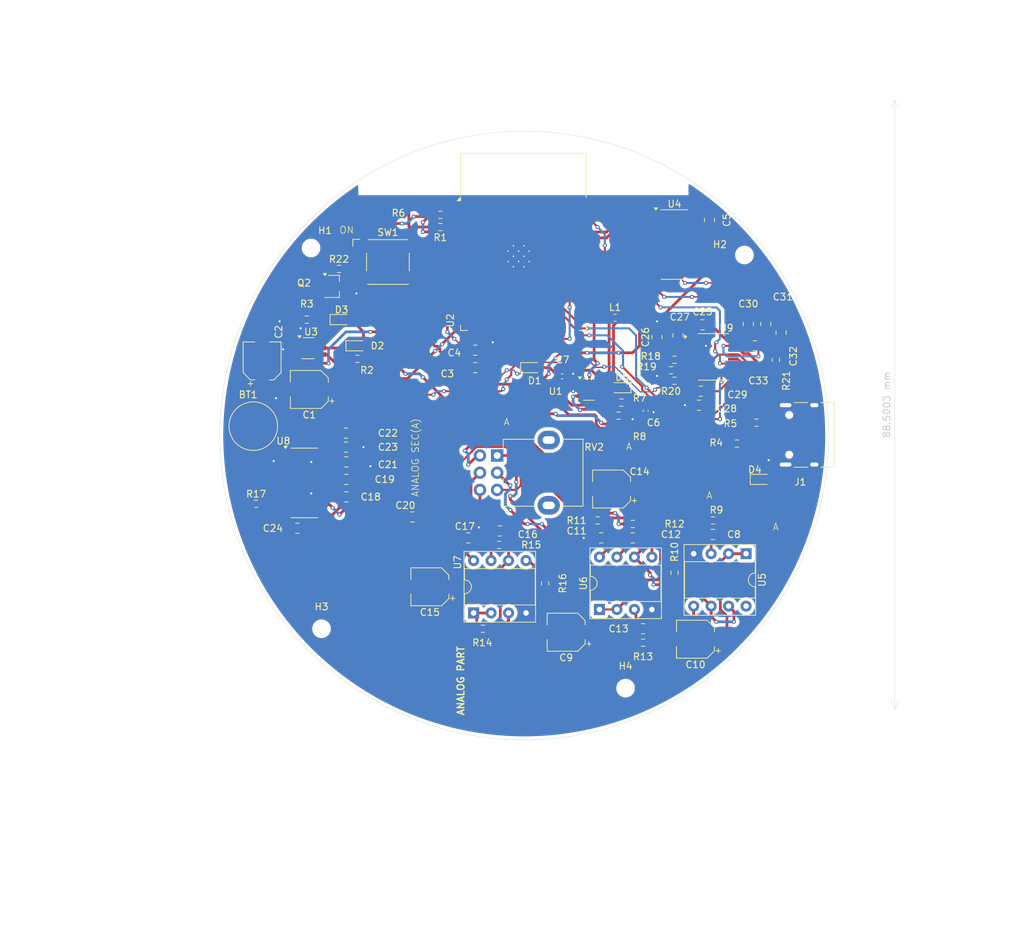
<source format=kicad_pcb>
(kicad_pcb (version 20240108) (generator "pcbnew") (generator_version "8.0")
  (layers (0 "F.Cu" signal) (31 "B.Cu" signal) (34 "B.Paste" user) (35 "F.Paste" user) (36 "B.SilkS" user "B.Silkscreen") (37 "F.SilkS" user "F.Silkscreen") (38 "B.Mask" user) (39 "F.Mask" user) (44 "Edge.Cuts" user))
  (net 0 "")
  (net 1 "Net-(BT1-+)")
  (net 2 "GND")
  (net 3 "Net-(D4-K)")
  (net 4 "Net-(U4-V3)")
  (net 5 "Net-(U9-CPVDD)")
  (net 6 "Net-(D5-K)")
  (net 7 "Net-(D1-A2)")
  (net 8 "Net-(U5A-+)")
  (net 9 "Net-(C9-Pad2)")
  (net 10 "Net-(U5A--)")
  (net 11 "Net-(U5B-+)")
  (net 12 "Net-(C10-Pad2)")
  (net 13 "Net-(U6C-V+)")
  (net 14 "Net-(C12-Pad2)")
  (net 15 "Net-(U6B--)")
  (net 16 "Net-(U6A-+)")
  (net 17 "Net-(C14-Pad2)")
  (net 18 "Net-(U6A--)")
  (net 19 "Net-(C15-Pad2)")
  (net 20 "Net-(U7A-+)")
  (net 21 "Net-(C16-Pad2)")
  (net 22 "Net-(U7B--)")
  (net 23 "Net-(U7C-V+)")
  (net 24 "Net-(U8-INR)")
  (net 25 "Net-(C20-Pad1)")
  (net 26 "Net-(U8-VREF)")
  (net 27 "Net-(U9-VNEG)")
  (net 28 "Net-(U9-CAPM)")
  (net 29 "Net-(U9-CAPP)")
  (net 30 "Net-(U9-AVDD)")
  (net 31 "Net-(C32-Pad2)")
  (net 32 "Net-(U9-LDOO)")
  (net 33 "Net-(D2-A)")
  (net 34 "Net-(D2-K)")
  (net 35 "Net-(D3-K)")
  (net 36 "Net-(D4-A)")
  (net 37 "Net-(D5-A)")
  (net 38 "Net-(U4-UD+)")
  (net 39 "Net-(J1-CC1)")
  (net 41 "Net-(U4-UD-)")
  (net 42 "Net-(J1-CC2)")
  (net 44 "Net-(U2-EN)")
  (net 45 "Net-(U3-PROG)")
  (net 46 "Net-(U2-VDD)")
  (net 47 "Net-(U1-FB)")
  (net 48 "Net-(U5B--)")
  (net 49 "Net-(U6B-+)")
  (net 50 "Net-(U7A--)")
  (net 51 "Net-(U7B-+)")
  (net 52 "Net-(U8-INL)")
  (net 53 "Net-(U9-OUTL)")
  (net 54 "Net-(U9-OUTR)")
  (net 55 "Net-(U9-XSMT)")
  (net 57 "Net-(U1-EN)")
  (net 67 "Net-(U2-IO5)")
  (net 69 "Net-(U2-IO22)")
  (net 70 "Net-(U2-TXD0{slash}IO1)")
  (net 73 "Net-(U2-RXD0{slash}IO3)")
  (net 77 "Net-(U2-IO26)")
  (net 78 "Net-(U2-IO12)")
  (net 84 "Net-(U2-IO25)")
  (net 106 "Net-(D1-A1)")
  (net 107 "Net-(R22-Pad2)")
  (footprint "Capacitor_SMD:C_0805_2012Metric_Pad1.18x1.45mm_HandSolder" (layer "F.Cu") (at 148.844 72.136 -90)
    (property "Reference" "C27")
    (property "Value" "2.2uF")
  )
  (footprint "Resistor_SMD:R_0603_1608Metric_Pad0.98x0.95mm_HandSolder" (layer "F.Cu") (at 122.8325 102.616)
    (property "Reference" "R15")
    (property "Value" "5k1")
  )
  (footprint "Capacitor_SMD:C_0805_2012Metric_Pad1.18x1.45mm_HandSolder" (layer "F.Cu") (at 119.38 76.835)
    (property "Reference" "C3")
    (property "Value" "0.1uF")
  )
  (footprint "Capacitor_SMD:CP_Elec_5x5.3" (layer "F.Cu") (at 151.384 116.332 180)
    (property "Reference" "C10")
    (property "Value" "100u")
  )
  (footprint "LED_SMD:LED_0603_1608Metric_Pad1.05x0.95mm_HandSolder" (layer "F.Cu") (at 99.935 69.85)
    (property "Reference" "D3")
    (property "Value" "LED")
  )
  (footprint "Capacitor_SMD:C_0805_2012Metric_Pad1.18x1.45mm_HandSolder" (layer "F.Cu") (at 163.83 71.755 -90)
    (property "Reference" "C32")
    (property "Value" "0.1uF")
  )
  (footprint "Resistor_SMD:R_0603_1608Metric_Pad0.98x0.95mm_HandSolder" (layer "F.Cu") (at 160.2505 84.836)
    (property "Reference" "R5")
    (property "Value" "5K1")
  )
  (footprint "Diode_SMD:D_0603_1608Metric_Pad1.05x0.95mm_HandSolder" (layer "F.Cu") (at 127.635 76.835)
    (property "Reference" "D1")
    (property "Value" "D_TVS")
  )
  (footprint "Potentiometer_THT:Potentiometer_Alpha_RD902F-40-00D_Dual_Vertical" (layer "F.Cu") (at 122.555 89.615)
    (property "Reference" "RV2")
    (property "Value" "R_Potentiometer_Dual")
  )
  (footprint "Capacitor_SMD:C_0805_2012Metric_Pad1.18x1.45mm_HandSolder" (layer "F.Cu") (at 100.624 90.551)
    (property "Reference" "C21")
    (property "Value" "1uF")
  )
  (footprint "Package_TO_SOT_SMD:TSOT-23-6_HandSoldering" (layer "F.Cu") (at 95.055 73.98)
    (property "Reference" "U3")
    (property "Value" "TP4057")
  )
  (footprint "Resistor_SMD:R_0603_1608Metric_Pad0.98x0.95mm_HandSolder" (layer "F.Cu") (at 143.764 116.84)
    (property "Reference" "R13")
    (property "Value" "1K4")
  )
  (footprint "Resistor_SMD:R_0603_1608Metric_Pad0.98x0.95mm_HandSolder" (layer "F.Cu") (at 140.6125 81.915)
    (property "Reference" "R7")
    (property "Value" "540")
  )
  (footprint "Package_DIP:DIP-8_W7.62mm_Socket" (layer "F.Cu") (at 137.424 112.004 90)
    (property "Reference" "U6")
    (property "Value" "NE5532")
  )
  (footprint "Capacitor_SMD:C_0805_2012Metric_Pad1.18x1.45mm_HandSolder" (layer "F.Cu") (at 152.4 70.612 180)
    (property "Reference" "C25")
    (property "Value" "0.1uF")
  )
  (footprint "Resistor_SMD:R_0603_1608Metric_Pad0.98x0.95mm_HandSolder" (layer "F.Cu") (at 148.336 106.68 -90)
    (property "Reference" "R10")
    (property "Value" "1k5")
  )
  (footprint "Capacitor_SMD:C_0805_2012Metric_Pad1.18x1.45mm_HandSolder" (layer "F.Cu") (at 143.764 114.808)
    (property "Reference" "C13")
    (property "Value" "2n2F")
  )
  (footprint "Capacitor_SMD:C_0805_2012Metric_Pad1.18x1.45mm_HandSolder" (layer "F.Cu") (at 137.668 101.6 180)
    (property "Reference" "C11")
    (property "Value" "100n")
  )
  (footprint "Capacitor_SMD:C_0805_2012Metric_Pad1.18x1.45mm_HandSolder" (layer "F.Cu") (at 159.0625 70.485 -90)
    (property "Reference" "C30")
    (property "Value" "0.1uF")
  )
  (footprint "MountingHole:MountingHole_2.2mm_M2" (layer "F.Cu") (at 95.504 59.436)
    (property "Reference" "H1")
    (property "Value" "MountingHole")
  )
  (footprint "Capacitor_SMD:CP_Elec_5x5.3" (layer "F.Cu") (at 132.588 115.316 180)
    (property "Reference" "C9")
    (property "Value" "100u")
  )
  (footprint "RF_Module:ESP32-WROOM-32" (layer "F.Cu") (at 126.365 61.55)
    (property "Reference" "U2")
    (property "Value" "ESP32-WROOM-32")
  )
  (footprint "Package_TO_SOT_SMD:SOT-23-6" (layer "F.Cu") (at 135.89 80.01)
    (property "Reference" "U1")
    (property "Value" "MT3608")
  )
  (footprint "Capacitor_SMD:C_0805_2012Metric_Pad1.18x1.45mm_HandSolder" (layer "F.Cu") (at 93.512 100.203 180)
    (property "Reference" "C24")
    (property "Value" "1uF")
  )
  (footprint "Resistor_SMD:R_0603_1608Metric_Pad0.98x0.95mm_HandSolder" (layer "F.Cu") (at 142.2615 99.568)
    (property "Reference" "R12")
    (property "Value" "5k1")
  )
  (footprint "Connector_USB:USB_C_Receptacle_HRO_TYPE-C-31-M-12" (layer "F.Cu") (at 167.606 86.612 90)
    (property "Reference" "J1")
    (property "Value" "USB_C_Receptacle_USB2.0_14P")
  )
  (footprint "Package_SO:SOP-16_3.9x9.9mm_P1.27mm" (layer "F.Cu") (at 94.528 93.599)
    (property "Reference" "U8")
    (property "Value" "PAM8403D")
  )
  (footprint "Button_Switch_SMD:SW_SPST_Omron_B3FS-100xP" (layer "F.Cu") (at 106.68 61.468)
    (property "Reference" "SW1")
    (property "Value" "SW_Omron_B3FS")
  )
  (footprint "Resistor_SMD:R_0603_1608Metric_Pad0.98x0.95mm_HandSolder" (layer "F.Cu") (at 137.1815 99.06 180)
    (property "Reference" "R11")
    (property "Value" "22k")
  )
  (footprint "Capacitor_SMD:C_0805_2012Metric_Pad1.18x1.45mm_HandSolder" (layer "F.Cu") (at 151.892 82.296)
    (property "Reference" "C28")
    (property "Value" "2.2nF")
  )
  (footprint "Resistor_SMD:R_0603_1608Metric_Pad0.98x0.95mm_HandSolder" (layer "F.Cu") (at 120.4995 114.808 180)
    (property "Reference" "R14")
    (property "Value" "1k5")
  )
  (footprint "Package_SO:SOIC-16_3.9x9.9mm_P1.27mm" (layer "F.Cu") (at 148.336 58.928)
    (property "Reference" "U4")
    (property "Value" "CH340C")
  )
  (footprint "Resistor_SMD:R_0603_1608Metric_Pad0.98x0.95mm_HandSolder" (layer "F.Cu") (at 102.235 75.565)
    (property "Reference" "R2")
    (property "Value" "1K")
  )
  (footprint "Capacitor_SMD:C_0805_2012Metric_Pad1.18x1.45mm_HandSolder" (layer "F.Cu") (at 119.38 74.295)
    (property "Reference" "C4")
    (property "Value" "0.1uF")
  )
  (footprint "Resistor_SMD:R_0603_1608Metric_Pad0.98x0.95mm_HandSolder" (layer "F.Cu") (at 157.4225 87.882)
    (property "Reference" "R4")
    (property "Value" "5K1")
  )
  (footprint "Resistor_SMD:R_0603_1608Metric_Pad0.98x0.95mm_HandSolder" (layer "F.Cu") (at 147.828 77.216 180)
    (property "Reference" "R19")
    (property "Value" "470")
  )
  (footprint "Capacitor_SMD:C_0805_2012Metric_Pad1.18x1.45mm_HandSolder" (layer "F.Cu") (at 118.364 101.6)
    (property "Reference" "C17")
    (property "Value" "100n")
  )
  (footprint "Capacitor_SMD:C_0805_2012Metric_Pad1.18x1.45mm_HandSolder" (layer "F.Cu") (at 142.2615 101.6 180)
    (property "Reference" "C12")
    (property "Value" "100n")
  )
  (footprint "Battery:BatteryHolder_Seiko_MS621F" (layer "F.Cu") (at 92.110102 85.344)
    (property "Reference" "BT1")
    (property "Value" "4V")
  )
  (footprint "Capacitor_SMD:C_0805_2012Metric_Pad1.18x1.45mm_HandSolder" (layer "F.Cu") (at 100.584 86.36)
    (property "Reference" "C22")
    (property "Value" "1uF")
  )
  (footprint "Inductor_SMD:L_0603_1608Metric_Pad1.05x0.95mm_HandSolder" (layer "F.Cu") (at 139.7 69.596)
    (property "Reference" "L1")
    (property "Value" "10uH")
  )
  (footprint "Resistor_SMD:R_0603_1608Metric_Pad0.98x0.95mm_HandSolder" (layer "F.Cu") (at 114.3 56.388)
    (property "Reference" "R1")
    (property "Value" "1k")
  )
  (footprint "Capacitor_SMD:C_0402_1005Metric_Pad0.74x0.62mm_HandSolder" (layer "F.Cu") (at 132.0125 78.105)
    (property "Reference" "C7")
    (property "Value" "22uF")
  )
  (footprint "Capacitor_SMD:C_0805_2012Metric_Pad1.18x1.45mm_HandSolder" (layer "F.Cu") (at 145.796 72.39 90)
    (property "Reference" "C26")
    (property "Value" "2.2uF")
  )
  (footprint "Resistor_SMD:R_0603_1608Metric_Pad0.98x0.95mm_HandSolder" (layer "F.Cu") (at 129.54 108.204 -90)
    (property "Reference" "R16")
    (property "Value" "22k")
  )
  (footprint "Resistor_SMD:R_0603_1608Metric_Pad0.98x0.95mm_HandSolder" (layer "F.Cu") (at 99.568 62.484)
    (property "Reference" "R22")
    (property "Value" "500")
  )
  (footprint "MountingHole:MountingHole_2.2mm_M2" (layer "F.Cu") (at 158.496 60.452)
    (property "Reference" "H2")
    (property "Value" "MountingHole")
  )
  (footprint "Resistor_SMD:R_0603_1608Metric_Pad0.98x0.95mm_HandSolder" (layer "F.Cu") (at 163.068 75.692 -90)
    (property "Reference" "R21")
    (property "Value" "10k")
  )
  (footprint "Capacitor_SMD:CP_Elec_5x5.3" (layer "F.Cu") (at 88.392 75.86 90)
    (property "Reference" "C2")
    (property "Value" "10uF")
  )
  (footprint "Resistor_SMD:R_0603_1608Metric_Pad0.98x0.95mm_HandSolder" (layer "F.Cu") (at 140.208 83.82 180)
    (property "Reference" "R8")
    (property "Value" "30")
  )
  (footprint "Capacitor_SMD:C_0805_2012Metric_Pad1.18x1.45mm_HandSolder" (layer "F.Cu") (at 100.584 88.392)
    (property "Reference" "C23")
    (property "Value" "470uF")
  )
  (footprint "Capacitor_SMD:C_0805_2012Metric_Pad1.18x1.45mm_HandSolder" (layer "F.Cu") (at 153.416 55.372 90)
    (property "Reference" "C5")
    (property "Value" "0.1uF")
  )
  (footprint "Diode_SMD:D_0603_1608Metric_Pad1.05x0.95mm_HandSolder" (layer "F.Cu") (at 140.349 79.756 180)
    (property "Reference" "D5")
    (property "Value" "D_Schottky")
  )
  (footprint "Resistor_SMD:R_0603_1608Metric_Pad0.98x0.95mm_HandSolder" (layer "F.Cu") (at 148.336 75.692)
    (property "Reference" "R18")
    (property "Value" "470")
  )
  (footprint "Capacitor_SMD:CP_Elec_5x5.3" (layer "F.Cu") (at 139.192 94.488 180)
    (property "Reference" "C14")
    (property "Value" "100u")
  )
  (footprint "Diode_SMD:D_0603_1608Metric_Pad1.05x0.95mm_HandSolder" (layer "F.Cu") (at 161.003 93.091)
    (property "Reference" "D4")
    (property "Value" "D")
  )
  (footprint "LED_SMD:LED_0603_1608Metric_Pad1.05x0.95mm_HandSolder" (layer "F.Cu") (at 102.235 73.66)
    (property "Reference" "D2")
    (property "Value" "LED")
  )
  (footprint "Capacitor_SMD:C_0805_2012Metric_Pad1.18x1.45mm_HandSolder" (layer "F.Cu") (at 122.936 100.584 180)
    (property "Reference" "C16")
    (property "Value" "100n")
  )
  (footprint "Capacitor_SMD:C_0805_2012Metric_Pad1.18x1.45mm_HandSolder" (layer "F.Cu") (at 161.6025 70.485 -90)
    (property "Reference" "C31")
    (property "Value" "10uF")
  )
  (footprint "Resistor_SMD:R_0603_1608Metric_Pad0.98x0.95mm_HandSolder" (layer "F.Cu") (at 87.5195 96.647)
    (property "Reference" "R17")
    (property "Value" "1K4")
  )
  (footprint "Capacitor_SMD:C_0805_2012Metric_Pad1.18x1.45mm_HandSolder" (layer "F.Cu") (at 100.6455 93.091)
    (property "Reference" "C19")
    (property "Value" "0.47uF")
  )
  (footprint "Capacitor_SMD:CP_Elec_5x5.3" (layer "F.Cu") (at 95.25 80.01 180)
    (property "Reference" "C1")
    (property "Value" "10uF")
  )
  (footprint "Package_TO_SOT_SMD:SOT-23W_Handsoldering" (layer "F.Cu") (at 98.552 65.024)
    (property "Reference" "Q2")
    (property "Value" "Q_PMOS_DGS")
  )
  (footprint "Resistor_SMD:R_0603_1608Metric_Pad0.98x0.95mm_HandSolder" (layer "F.Cu") (at 114.3 54.61 180)
    (property "Reference" "R6")
    (property "Value" "1K4")
  )
  (footprint "Package_SO:TSSOP-20_4.4x6.5mm_P0.65mm" (layer "F.Cu") (at 153.9825 75.27)
    (property "Reference" "U9")
    (property "Value" "PCM5102")
  )
  (footprint "Capacitor_SMD:CP_Elec_5x5.3" (layer "F.Cu") (at 112.776 108.712 180)
    (property "Reference" "C15")
    (property "Value" "100u")
  )
  (footprint "Package_DIP:DIP-8_W7.62mm_Socket" (layer "F.Cu") (at 119.136 112.512 90)
    (property "Reference" "U7")
    (property "Value" "NE5532")
  )
  (footprint "Package_DIP:DIP-8_W7.62mm_Socket" (layer "F.Cu") (at 158.74 103.896 -90)
    (property "Reference" "U5")
    (property "Value" "NE5532")
  )
  (footprint "Capacitor_SMD:C_0805_2012Metric_Pad1.18x1.45mm_HandSolder" (layer "F.Cu") (at 100.624 95.631)
    (property "Reference" "C18")
    (property "Value" "1uF")
  )
  (footprint "Resistor_SMD:R_0603_1608Metric_Pad0.98x0.95mm_HandSolder" (layer "F.Cu") (at 148.336 78.74 180)
    (property "Reference" "R20")
    (property "Value" "1K")
  )
  (footprint "Capacitor_SMD:C_0805_2012Metric_Pad1.18x1.45mm_HandSolder" (layer "F.Cu") (at 152.1675 80.264)
    (property "Reference" "C29")
    (property "Value" "2.2nF")
  )
  (footprint "MountingHole:MountingHole_2.2mm_M2" (layer "F.Cu") (at 141.224 123.444)
    (property "Reference" "H4")
    (property "Value" "MountingHole")
  )
  (footprint "Capacitor_SMD:C_0805_2012Metric_Pad1.18x1.45mm_HandSolder" (layer "F.Cu") (at 160.02 73.66)
    (property "Reference" "C33")
    (property "Value" "0.1uF")
  )
  (footprint "MountingHole:MountingHole_2.2mm_M2" (layer "F.Cu") (at 97.028 114.808)
    (property "Reference" "H3")
    (property "Value" "MountingHole")
  )
  (footprint "Capacitor_SMD:C_0402_1005Metric_Pad0.74x0.62mm_HandSolder" (layer "F.Cu") (at 144.145 83.1175 -90)
    (property "Reference" "C6")
    (property "Value" "22uF")
  )
  (footprint "Resistor_SMD:R_0603_1608Metric_Pad0.98x0.95mm_HandSolder" (layer "F.Cu") (at 94.8925 69.85)
    (property "Reference" "R3")
    (property "Value" "2K")
  )
  (footprint "Resistor_SMD:R_0603_1608Metric_Pad0.98x0.95mm_HandSolder" (layer "F.Cu") (at 153.924 99.06 180)
    (property "Reference" "R9")
    (property "Value" "1K4")
  )
  (footprint "Capacitor_SMD:C_0805_2012Metric_Pad1.18x1.45mm_HandSolder" (layer "F.Cu") (at 153.924 101.092 180)
    (property "Reference" "C8")
    (property "Value" "2n2F")
  )
  (footprint "Capacitor_SMD:C_0805_2012Metric_Pad1.18x1.45mm_HandSolder" (layer "F.Cu") (at 110.236 98.552)
    (property "Reference" "C20")
    (property "Value" "0.47uF")
  )
  (gr_circle (center 126.492 86.711118) (end 82.296 88.9) (stroke (width 0.05)) (fill none) (layer "Edge.Cuts"))
  (gr_text "ANALOG SEC(A)\n" (at 111.252 89.916 90) (layer "F.SilkS") (effects (font (size 1 1) (thickness 0.1)) (justify bottom)))
  (gr_text "A" (at 141.224 88.9 0) (layer "F.SilkS") (effects (font (size 1 1) (thickness 0.1)) (justify left bottom)))
  (gr_text "ANALOG PART\n" (at 117.856 127.508 90) (layer "F.SilkS") (effects (font (size 1 1) (thickness 0.2) (bold yes)) (justify left bottom)))
  (gr_text "ON\n" (at 99.568 57.404 0) (layer "F.SilkS") (effects (font (size 1 1) (thickness 0.1)) (justify left bottom)))
  (gr_text "A" (at 123.444 85.344 0) (layer "F.SilkS") (effects (font (size 1 1) (thickness 0.1)) (justify left bottom)))
  (gr_text "A" (at 162.56 100.584 0) (layer "F.SilkS") (effects (font (size 1 1) (thickness 0.1)) (justify left bottom)))
  (gr_text "A" (at 152.908 96.012 0) (layer "F.SilkS") (effects (font (size 1 1) (thickness 0.1)) (justify left bottom)))
  (dimension (type aligned) (layer "Edge.Cuts") (pts (xy 180.34 37.99166) (xy 180.34 126.492)) (height 0) (gr_text "88.5003 mm" (at 179.19 82.24183 90) (layer "Edge.Cuts") (effects (font (size 1 1) (thickness 0.15)))) (format (prefix "") (suffix "") (units 3) (units_format 1) (precision 4)) (style (thickness 0.05) (arrow_length 1.27) (text_position_mode 0) (extension_height 0.58642) (extension_offset 0.5) keep_text_aligned))
  (segment (start 94.615 76.2) (end 98.044 76.2) (width 0.4) (layer "F.Cu") (net 1))
  (segment (start 146.852974 69.088) (end 145.288 69.088) (width 0.4) (layer "F.Cu") (net 1))
  (segment (start 114.251025 74.482191) (end 119.016834 79.248) (width 0.4) (layer "F.Cu") (net 1))
  (segment (start 153.416 56.4095) (end 153.416 62.524974) (width 0.4) (layer "F.Cu") (net 1))
  (segment (start 112.776 73.007166) (end 113.477809 73.708975) (width 0.4) (layer "F.Cu") (net 1))
  (segment (start 88.392 78.06) (end 88.392 80.875898) (width 0.4) (layer "F.Cu") (net 1))
  (segment (start 143.256 71.12) (end 143.256 73.66) (width 0.4) (layer "F.Cu") (net 1))
  (segment (start 112.486 59.218) (end 112.776 59.508) (width 0.4) (layer "F.Cu") (net 1))
  (segment (start 88.392 80.875898) (end 92.110102 84.594) (width 0.4) (layer "F.Cu") (net 1))
  (segment (start 131.848 74.676) (end 135.636 74.676) (width 0.4) (layer "F.Cu") (net 1))
  (segment (start 88.392 78.06) (end 88.564 78.06) (width 0.4) (layer "F.Cu") (net 1))
  (segment (start 110.68 59.218) (end 112.486 59.218) (width 0.4) (layer "F.Cu") (net 1))
  (segment (start 113.840975 73.708975) (end 114.251025 74.119025) (width 0.4) (layer "F.Cu") (net 1))
  (segment (start 140.208 74.676) (end 142.24 74.676) (width 0.4) (layer "F.Cu") (net 1))
  (segment (start 112.776 71.628) (end 112.776 73.007166) (width 0.4) (layer "F.Cu") (net 1))
  (segment (start 128.524 79.248) (end 130.048 77.724) (width 0.4) (layer "F.Cu") (net 1))
  (segment (start 112.776 59.508) (end 112.776 71.628) (width 0.4) (layer "F.Cu") (net 1))
  (segment (start 119.016834 79.248) (end 128.524 79.248) (width 0.4) (layer "F.Cu") (net 1))
  (segment (start 143.256 73.66) (end 142.748 74.168) (width 0.4) (layer "F.Cu") (net 1))
  (segment (start 110.68 59.218) (end 102.68 59.218) (width 0.4) (layer "F.Cu") (net 1))
  (segment (start 113.477809 73.708975) (end 113.840975 73.708975) (width 0.4) (layer "F.Cu") (net 1))
  (segment (start 114.251025 74.119025) (end 114.251025 74.482191) (width 0.4) (layer "F.Cu") (net 1))
  (segment (start 145.288 69.088) (end 143.256 71.12) (width 0.4) (layer "F.Cu") (net 1))
  (segment (start 131.064 75.46) (end 131.848 74.676) (width 0.4) (layer "F.Cu") (net 1))
  (segment (start 142.24 74.676) (end 142.748 74.168) (width 0.4) (layer "F.Cu") (net 1))
  (segment (start 104.14 71.628) (end 112.776 71.628) (width 0.4) (layer "F.Cu") (net 1))
  (segment (start 88.564 78.06) (end 91.694 74.93) (width 0.4) (layer "F.Cu") (net 1))
  (segment (start 93.345 74.93) (end 94.615 76.2) (width 0.4) (layer "F.Cu") (net 1))
  (segment (start 91.694 74.93) (end 93.345 74.93) (width 0.4) (layer "F.Cu") (net 1))
  (segment (start 153.416 62.524974) (end 146.852974 69.088) (width 0.4) (layer "F.Cu") (net 1))
  (via (at 98.044 76.2) (size 0.6) (drill 0.3) (layers "F.Cu" "B.Cu") (net 1))
  (via (at 130.048 77.724) (size 0.6) (drill 0.3) (layers "F.Cu" "B.Cu") (net 1))
  (via (at 131.064 75.46) (size 0.6) (drill 0.3) (layers "F.Cu" "B.Cu") (net 1))
  (via (at 140.208 74.676) (size 0.6) (drill 0.3) (layers "F.Cu" "B.Cu") (net 1))
  (via (at 135.636 74.676) (size 0.6) (drill 0.3) (layers "F.Cu" "B.Cu") (net 1))
  (via (at 104.14 71.628) (size 0.6) (drill 0.3) (layers "F.Cu" "B.Cu") (net 1))
  (segment (start 130.048 77.724) (end 130.048 76.476) (width 0.4) (layer "B.Cu") (net 1))
  (segment (start 100.584 71.628) (end 104.14 71.628) (width 0.4) (layer "B.Cu") (net 1))
  (segment (start 98.044 74.168) (end 100.584 71.628) (width 0.4) (layer "B.Cu") (net 1))
  (segment (start 130.048 76.476) (end 131.064 75.46) (width 0.4) (layer "B.Cu") (net 1))
  (segment (start 98.044 76.2) (end 98.044 74.168) (width 0.4) (layer "B.Cu") (net 1))
  (segment (start 135.636 74.676) (end 140.208 74.676) (width 0.4) (layer "B.Cu") (net 1))
  (segment (start 146.9155 77.216) (end 146.62 77.216) (width 0.3) (layer "F.Cu") (net 2))
  (segment (start 100.252 65.024) (end 101.092 65.024) (width 0.4) (layer "F.Cu") (net 2))
  (segment (start 135.115 53.3) (end 144.678 53.3) (width 0.4) (layer "F.Cu") (net 2))
  (segment (start 90.932 70.104) (end 90.551 70.104) (width 0.3) (layer "F.Cu") (net 2))
  (segment (start 162.018 83.183) (end 160.516 83.183) (width 0.3) (layer "F.Cu") (net 2))
  (segment (start 133.223 78.105) (end 133.604 77.724) (width 0.3) (layer "F.Cu") (net 2))
  (segment (start 90.551 70.104) (end 88.392 72.263) (width 0.3) (layer "F.Cu") (net 2))
  (segment (start 150.8545 82.296) (end 150.8545 80.5395) (width 0.3) (layer "F.Cu") (net 2))
  (segment (start 160.516 83.183) (end 159.338 84.361) (width 0.3) (layer "F.Cu") (net 2))
  (segment (start 136.269 99.06) (end 136.269 101.2385) (width 0.4) (layer "F.Cu") (net 2))
  (segment (start 134.7525 80.01) (end 133.858 80.01) (width 0.3) (layer "F.Cu") (net 2))
  (segment (start 91.628 73.98) (end 91.44 74.168) (width 0.3) (layer "F.Cu") (net 2))
  (segment (start 151.13 80.264) (end 153.205 80.264) (width 0.3) (layer "F.Cu") (net 2))
  (segment (start 95.671 90.424) (end 95.544 90.551) (width 0.4) (layer "F.Cu") (net 2))
  (segment (start 90.083 90.424) (end 92.028 90.424) (width 0.4) (layer "F.Cu") (net 2))
  (segment (start 101.6615 95.631) (end 104.18 93.1125) (width 0.4) (layer "F.Cu") (net 2))
  (segment (start 156.047622 72.995) (end 153.664622 70.612) (width 0.4) (layer "F.Cu") (net 2))
  (segment (start 151.12 73.645) (end 151.857499 73.645) (width 0.3) (layer "F.Cu") (net 2))
  (segment (start 93.345 73.98) (end 91.628 73.98) (width 0.3) (layer "F.Cu") (net 2))
  (segment (start 147.4235 76.708) (end 146.9155 77.216) (width 0.4) (layer "F.Cu") (net 2))
  (segment (start 136.269 101.2385) (end 136.6305 101.6) (width 0.4) (layer "F.Cu") (net 2))
  (segment (start 119.4015 100.5625) (end 119.888 100.076) (width 0.4) (layer "F.Cu") (net 2))
  (segment (start 146.62 77.216) (end 145.796 78.04) (width 0.3) (layer "F.Cu") (net 2))
  (segment (start 145.288 83.312) (end 144.915 83.685) (width 0.3) (layer "F.Cu") (net 2))
  (segment (start 90.083 88.121102) (end 92.110102 86.094) (width 0.4) (layer "F.Cu") (net 2))
  (segment (start 154.776 80.264) (end 156.845 78.195) (width 0.3) (layer "F.Cu") (net 2))
  (segment (start 156.845 72.995) (end 157.642378 72.995) (width 0.4) (layer "F.Cu") (net 2))
  (segment (start 156.845 72.995) (end 156.047622 72.995) (width 0.4) (layer "F.Cu") (net 2))
  (segment (start 147.4235 75.692) (end 147.4235 76.708) (width 0.4) (layer "F.Cu") (net 2))
  (segment (start 151.892 101.092) (end 152.8865 101.092) (width 0.4) (layer "F.Cu") (net 2))
  (segment (start 159.0625 71.574878) (end 159.0625 71.5225) (width 0.4) (layer "F.Cu") (net 2))
  (segment (start 121.92 73.152) (end 120.655 71.887) (width 0.4) (layer "F.Cu") (net 2))
  (segment (start 152.893 73.645) (end 152.908 73.66) (width 0.3) (layer "F.Cu") (net 2))
  (segment (start 132.58 78.105) (end 133.223 78.105) (width 0.3) (layer "F.Cu") (net 2))
  (segment (start 109.768 53.3) (end 117.615 53.3) (width 0.4) (layer "F.Cu") (net 2))
  (segment (start 141.732 83.82) (end 142.24 84.328) (width 0.3) (layer "F.Cu") (net 2))
  (segment (start 151.12 78.195) (end 151.12 80.254) (width 0.3) (layer "F.Cu") (net 2))
  (segment (start 91.694 80.01) (end 90.424 81.28) (width 0.4) (layer "F.Cu") (net 2))
  (segment (start 93.05 80.01) (end 91.694 80.01) (width 0.4) (layer "F.Cu") (net 2))
  (segment (start 163.561 83.362) (end 162.197 83.362) (width 0.3) (layer "F.Cu") (net 2))
  (segment (start 162.451 89.862) (end 162.018 90.295) (width 0.3) (layer "F.Cu") (net 2))
  (segment (start 101.6215 88.392) (end 103.124 88.392) (width 0.4) (layer "F.Cu") (net 2))
  (segment (start 120.655 71.887) (end 120.655 71.06) (width 0.4) (layer "F.Cu") (net 2))
  (segment (start 145.796 71.3525) (end 145.796 70.104) (width 0.3) (layer "F.Cu") (net 2))
  (segment (start 104.14 91.68325) (end 104.14 91.17525) (width 0.4) (layer "F.Cu") (net 2))
  (segment (start 163.561 89.862) (end 162.451 89.862) (width 0.3) (layer "F.Cu") (net 2))
  (segment (start 150.8545 80.5395) (end 151.13 80.264) (width 0.3) (layer "F.Cu") (net 2))
  (segment (start 113.3875 56.388) (end 109.728 56.388) (width 0.4) (layer "F.Cu") (net 2))
  (segment (start 156.972 84.836) (end 159.338 84.836) (width 0.4) (layer "F.Cu") (net 2))
  (segment (start 151.12 77.545) (end 151.12 78.195) (width 0.3) (layer "F.Cu") (net 2))
  (segment (start 99.1 100.203) (end 101.6615 97.6415) (width 0.4) (layer "F.Cu") (net 2))
  (segment (start 156.51 85.298) (end 156.972 84.836) (width 0.4) (layer "F.Cu") (net 2))
  (segment (start 133.858 80.01) (end 133.604 80.264) (width 0.3) (layer "F.Cu") (net 2))
  (segment (start 152.9295 82.296) (end 152.9295 80.5395) (width 0.3) (layer "F.Cu") (net 2))
  (segment (start 135.128 101.6) (end 136.6305 101.6) (width 0.4) (layer "F.Cu") (net 2))
  (segment (start 153.205 80.264) (end 154.776 80.264) (width 0.3) (layer "F.Cu") (net 2))
  (segment (start 150.8545 82.296) (end 149.86 82.296) (width 0.3) (layer "F.Cu") (net 2))
  (segment (start 151.12 80.254) (end 151.13 80.264) (width 0.3) (layer "F.Cu") (net 2))
  (segment (start 104.14 93.22875) (end 104.14 91.68325) (width 0.4) (layer "F.Cu") (net 2))
  (segment (start 153.4375 72.064999) (end 153.4375 70.612) (width 0.3) (layer "F.Cu") (net 2))
  (segment (start 119.4015 101.6) (end 119.4015 100.5625) (width 0.4) (layer "F.Cu") (net 2))
  (segment (start 109.728 53.34) (end 109.768 53.3) (width 0.4) (layer "F.Cu") (net 2))
  (segment (start 101.6615 97.6415) (end 101.6615 95.631) (width 0.4) (layer "F.Cu") (net 2))
  (segment (start 95.925 95.504) (end 95.544 95.123) (width 0.4) (layer "F.Cu") (net 2))
  (segment (start 94.5495 100.203) (end 99.1 100.203) (width 0.4) (layer "F.Cu") (net 2))
  (segment (start 144.915 83.685) (end 144.145 83.685) (width 0.3) (layer "F.Cu") (net 2))
  (segment (start 97.028 90.424) (end 95.671 90.424) (width 0.4) (layer "F.Cu") (net 2))
  (segment (start 97.028 95.504) (end 95.925 95.504) (width 0.4) (layer "F.Cu") (net 2))
  (segment (start 161.6025 71.5225) (end 159.0625 71.5225) (width 0.4) (layer "F.Cu") (net 2))
  (segment (start 133.025 53.3) (end 127.21 59.115) (width 0.4) (layer "F.Cu") (net 2))
  (segment (start 90.083 90.424) (end 90.083 88.121102) (width 0.4) (layer "F.Cu") (net 2))
  (segment (start 101.092 65.024) (end 102.108 66.04) (width 0.4) (layer "F.Cu") (net 2))
  (segment (start 109.728 56.388) (end 109.728 53.34) (width 0.4) (layer "F.Cu") (net 2))
  (segment (start 88.392 72.263) (end 88.392 73.66) (width 0.3) (layer "F.Cu") (net 2))
  (segment (start 156.51 87.882) (end 156.51 85.344) (width 0.4) (layer "F.Cu") (net 2))
  (segment (start 135.115 53.3) (end 133.025 53.3) (width 0.4) (layer "F.Cu") (net 2))
  (segment (start 159.338 84.361) (end 159.338 84.836) (width 0.3) (layer "F.Cu") (net 2))
  (segment (start 157.642378 72.995) (end 159.0625 71.574878) (width 0.4) (layer "F.Cu") (net 2))
  (segment (start 156.51 85.344) (end 156.51 85.342) (width 0.4) (layer "F.Cu") (net 2))
  (segment (start 129.54 109.728) (end 129.54 109.1165) (width 0.4) (layer "F.Cu") (net 2))
  (segment (start 144.678 53.3) (end 145.861 54.483) (width 0.4) (layer "F.Cu") (net 2))
  (segment (start 153.664622 70.612) (end 153.4375 70.612) (width 0.4) (layer "F.Cu") (net 2))
  (segment (start 141.1205 83.82) (end 141.732 83.82) (width 0.3) (layer "F.Cu") (net 2))
  (segment (start 162.197 83.362) (end 162.018 83.183) (width 0.3) (layer "F.Cu") (net 2))
  (segment (start 152.9295 80.5395) (end 153.205 80.264) (width 0.3) (layer "F.Cu") (net 2))
  (segment (start 152.9295 82.296) (end 150.8545 82.296) (width 0.3) (layer "F.Cu") (net 2))
  (segment (start 151.857499 73.645) (end 153.4375 72.064999) (width 0.3) (layer "F.Cu") (net 2))
  (segment (start 126.756 112.512) (end 129.54 109.728) (width 0.4) (layer "F.Cu") (net 2))
  (segment (start 93.98 69.85) (end 93.98 71.12) (width 0.4) (layer "F.Cu") (net 2))
  (segment (start 151.12 103.896) (end 151.12 101.864) (width 0.4) (layer "F.Cu") (net 2))
  (segment (start 151.12 101.864) (end 151.892 101.092) (width 0.4) (layer "F.Cu") (net 2))
  (segment (start 151.857499 73.645) (end 152.893 73.645) (width 0.3) (layer "F.Cu") (net 2))
  (segment (start 156.51 85.344) (end 156.51 85.298) (width 0.4) (layer "F.Cu") (net 2))
  (segment (start 118.345 53.3) (end 124.16 59.115) (width 0.4) (layer "F.Cu") (net 2))
  (segment (start 117.615 53.3) (end 118.345 53.3) (width 0.4) (layer "F.Cu") (net 2))
  (via (at 90.424 81.28) (size 0.6) (drill 0.3) (layers "F.Cu" "B.Cu") (net 2))
  (via (at 119.888 100.076) (size 0.6) (drill 0.3) (layers "F.Cu" "B.Cu") (net 2))
  (via (at 145.796 78.04) (size 0.6) (drill 0.3) (layers "F.Cu" "B.Cu") (net 2))
  (via (at 142.24 84.328) (size 0.6) (drill 0.3) (layers "F.Cu" "B.Cu") (net 2))
  (via (at 95.544 95.123) (size 0.6) (drill 0.3) (layers "F.Cu" "B.Cu") (net 2))
  (via (at 103.124 88.392) (size 0.6) (drill 0.3) (layers "F.Cu" "B.Cu") (net 2))
  (via (at 102.108 66.04) (size 0.6) (drill 0.3) (layers "F.Cu" "B.Cu") (net 2))
  (via (at 135.128 101.6) (size 0.6) (drill 0.3) (layers "F.Cu" "B.Cu") (net 2))
  (via (at 90.932 70.104) (size 0.6) (drill 0.3) (layers "F.Cu" "B.Cu") (net 2))
  (via (at 91.44 74.168) (size 0.6) (drill 0.3) (layers "F.Cu" "B.Cu") (net 2))
  (via (at 133.604 80.264) (size 0.6) (drill 0.3) (layers "F.Cu" "B.Cu") (net 2))
  (via (at 95.544 90.551) (size 0.6) (drill 0.3) (layers "F.Cu" "B.Cu") (net 2))
  (via (at 133.604 77.724) (size 0.6) (drill 0.3) (layers "F.Cu" "B.Cu") (net 2))
  (via (at 104.14 91.17525) (size 0.6) (drill 0.3) (layers "F.Cu" "B.Cu") (net 2))
  (via (at 152.908 73.66) (size 0.6) (drill 0.3) (layers "F.Cu" "B.Cu") (net 2))
  (via (at 162.018 90.295) (size 0.6) (drill 0.3) (layers "F.Cu" "B.Cu") (net 2))
  (via (at 145.288 83.312) (size 0.6) (drill 0.3) (layers "F.Cu" "B.Cu") (net 2))
  (via (at 121.92 73.152) (size 0.6) (drill 0.3) (layers "F.Cu" "B.Cu") (net 2))
  (via (at 90.083 90.424) (size 0.6) (drill 0.3) (layers "F.Cu" "B.Cu") (net 2))
  (via (at 145.796 70.104) (size 0.6) (drill 0.3) (layers "F.Cu" "B.Cu") (net 2))
  (via (at 93.98 71.12) (size 0.6) (drill 0.3) (layers "F.Cu" "B.Cu") (net 2))
  (via (at 149.86 82.296) (size 0.6) (drill 0.3) (layers "F.Cu" "B.Cu") (net 2))
  (segment (start 103.1475 75.565) (end 107.061 75.565) (width 0.4) (layer "F.Cu") (net 3))
  (segment (start 107.061 75.565) (end 109.22 77.724) (width 0.4) (layer "F.Cu") (net 3))
  (segment (start 137.47005 85.628) (end 149.636 85.628) (width 0.4) (layer "F.Cu") (net 3))
  (segment (start 97.79 74.93) (end 96.765 74.93) (width 0.4) (layer "F.Cu") (net 3))
  (segment (start 136.968 85.12595) (end 137.47005 85.628) (width 0.4) (layer "F.Cu") (net 3))
  (segment (start 160.128 93.091) (end 157.099 93.091) (width 0.3) (layer "F.Cu") (net 3))
  (segment (start 136.968 83.931472) (end 136.968 85.12595) (width 0.4) (layer "F.Cu") (net 3))
  (segment (start 99.328 78.132) (end 99.328 76.44) (width 0.4) (layer "F.Cu") (net 3))
  (segment (start 111.76 78.232) (end 115.824 82.296) (width 0.4) (layer "F.Cu") (net 3))
  (segment (start 103.1475 75.565) (end 102.2725 76.44) (width 0.4) (layer "F.Cu") (net 3))
  (segment (start 99.3 76.44) (end 97.79 74.93) (width 0.4) (layer "F.Cu") (net 3))
  (segment (start 149.636 85.628) (end 157.099 93.091) (width 0.4) (layer "F.Cu") (net 3))
  (segment (start 131.572 82.296) (end 132.972 83.696) (width 0.4) (layer "F.Cu") (net 3))
  (segment (start 136.732528 83.696) (end 136.968 83.931472) (width 0.4) (layer "F.Cu") (net 3))
  (segment (start 115.824 82.296) (end 131.572 82.296) (width 0.4) (layer "F.Cu") (net 3))
  (segment (start 132.972 83.696) (end 136.732528 83.696) (width 0.4) (layer "F.Cu") (net 3))
  (segment (start 97.45 80.01) (end 99.328 78.132) (width 0.4) (layer "F.Cu") (net 3))
  (segment (start 102.2725 76.44) (end 99.328 76.44) (width 0.4) (layer "F.Cu") (net 3))
  (segment (start 99.328 76.44) (end 99.3 76.44) (width 0.4) (layer "F.Cu") (net 3))
  (via (at 109.22 77.724) (size 0.6) (drill 0.3) (layers "F.Cu" "B.Cu") (net 3))
  (via (at 111.76 78.232) (size 0.6) (drill 0.3) (layers "F.Cu" "B.Cu") (net 3))
  (segment (start 111.252 77.724) (end 111.76 78.232) (width 0.4) (layer "B.Cu") (net 3))
  (segment (start 109.22 77.724) (end 111.252 77.724) (width 0.4) (layer "B.Cu") (net 3))
  (segment (start 146.514026 58.293) (end 150.324026 54.483) (width 0.4) (layer "F.Cu") (net 4))
  (segment (start 150.324026 54.483) (end 150.811 54.483) (width 0.4) (layer "F.Cu") (net 4))
  (segment (start 153.416 54.3345) (end 150.9595 54.3345) (width 0.4) (layer "F.Cu") (net 4))
  (segment (start 150.9595 54.3345) (end 150.811 54.483) (width 0.4) (layer "F.Cu") (net 4))
  (segment (start 145.861 58.293) (end 146.514026 58.293) (width 0.4) (layer "F.Cu") (net 4))
  (segment (start 151.12 70.8545) (end 151.3625 70.612) (width 0.3) (layer "F.Cu") (net 5))
  (segment (start 151.12 72.345) (end 151.12 70.8545) (width 0.3) (layer "F.Cu") (net 5))
  (segment (start 144.145 82.55) (end 142.16 82.55) (width 0.4) (layer "F.Cu") (net 6))
  (segment (start 141.525 80.057) (end 141.224 79.756) (width 0.4) (layer "F.Cu") (net 6))
  (segment (start 95.779974 98.744) (end 92.539974 95.504) (width 0.4) (layer "F.Cu") (net 6))
  (segment (start 99.608 93.091) (end 99.608 95.6095) (width 0.4) (layer "F.Cu") (net 6))
  (segment (start 142.94 84.61795) (end 142.94 83.33) (width 0.4) (layer "F.Cu") (net 6))
  (segment (start 99.5465 88.392) (end 99.5465 90.511) (width 0.4) (layer "F.Cu") (net 6))
  (segment (start 99.608 93.091) (end 97.155 93.091) (width 0.4) (layer "F.Cu") (net 6))
  (segment (start 137.86 85.028) (end 142.52995 85.028) (width 0.4) (layer "F.Cu") (net 6))
  (segment (start 99.5865 95.631) (end 99.5865 97.267474) (width 0.4) (layer "F.Cu") (net 6))
  (segment (start 142.52995 85.028) (end 142.94 84.61795) (width 0.4) (layer "F.Cu") (net 6))
  (segment (start 92.028 95.504) (end 91.028001 95.504) (width 0.4) (layer "F.Cu") (net 6))
  (segment (start 99.5465 86.36) (end 99.5465 88.392) (width 0.4) (layer "F.Cu") (net 6))
  (segment (start 99.608 95.6095) (end 99.5865 95.631) (width 0.4) (layer "F.Cu") (net 6))
  (segment (start 141.525 81.915) (end 141.525 80.057) (width 0.4) (layer "F.Cu") (net 6))
  (segment (start 98.109974 98.744) (end 95.779974 98.744) (width 0.4) (layer "F.Cu") (net 6))
  (segment (start 91.028001 95.504) (end 90.464 94.939999) (width 0.4) (layer "F.Cu") (net 6))
  (segment (start 99.608 93.091) (end 99.608 90.5725) (width 0.4) (layer "F.Cu") (net 6))
  (segment (start 90.464 94.939999) (end 90.464 93.528001) (width 0.4) (layer "F.Cu") (net 6))
  (segment (start 99.5865 97.267474) (end 98.109974 98.744) (width 0.4) (layer "F.Cu") (net 6))
  (segment (start 142.16 82.55) (end 141.525 81.915) (width 0.4) (layer "F.Cu") (net 6))
  (segment (start 99.5465 90.511) (end 99.5865 90.551) (width 0.4) (layer "F.Cu") (net 6))
  (segment (start 91.028001 92.964) (end 92.028 92.964) (width 0.4) (layer "F.Cu") (net 6))
  (segment (start 97.155 93.091) (end 97.028 92.964) (width 0.4) (layer "F.Cu") (net 6))
  (segment (start 142.94 83.33) (end 142.16 82.55) (width 0.4) (layer "F.Cu") (net 6))
  (segment (start 90.464 93.528001) (end 91.028001 92.964) (width 0.4) (layer "F.Cu") (net 6))
  (segment (start 99.5465 86.36) (end 102.353525 83.552975) (width 0.4) (layer "F.Cu") (net 6))
  (segment (start 99.608 90.5725) (end 99.5865 90.551) (width 0.4) (layer "F.Cu") (net 6))
  (segment (start 102.353525 83.552975) (end 131.064 83.552975) (width 0.4) (layer "F.Cu") (net 6))
  (segment (start 92.539974 95.504) (end 92.028 95.504) (width 0.4) (layer "F.Cu") (net 6))
  (segment (start 99.7085 90.429) (end 99.5865 90.551) (width 0.4) (layer "F.Cu") (net 6))
  (segment (start 137.668 84.836) (end 137.86 85.028) (width 0.4) (layer "F.Cu") (net 6))
  (via (at 137.668 84.836) (size 0.6) (drill 0.3) (layers "F.Cu" "B.Cu") (net 6))
  (via (at 131.064 83.552975) (size 0.6) (drill 0.3) (layers "F.Cu" "B.Cu") (net 6))
  (segment (start 131.064 83.552975) (end 131.331025 83.82) (width 0.4) (layer "B.Cu") (net 6))
  (segment (start 136.652 83.82) (end 137.668 84.836) (width 0.4) (layer "B.Cu") (net 6))
  (segment (start 131.331025 83.82) (end 136.652 83.82) (width 0.4) (layer "B.Cu") (net 6))
  (segment (start 136.25495 77.203) (end 136.77595 77.724) (width 0.4) (layer "F.Cu") (net 7))
  (segment (start 135.67505 77.203) (end 136.25495 77.203) (width 0.4) (layer "F.Cu") (net 7))
  (segment (start 130.175 76.835) (end 131.445 78.105) (width 0.4) (layer "F.Cu") (net 7))
  (segment (start 137.689999 80.01) (end 137.0275 80.01) (width 0.4) (layer "F.Cu") (net 7))
  (segment (start 138.825 78.232) (end 138.825 78.874999) (width 0.4) (layer "F.Cu") (net 7))
  (segment (start 138.825 69.596) (end 138.825 78.232) (width 0.4) (layer "F.Cu") (net 7))
  (segment (start 136.77595 77.724) (end 138.317 77.724) (width 0.4) (layer "F.Cu") (net 7))
  (segment (start 131.445 77.795) (end 132.216 77.024) (width 0.4) (layer "F.Cu") (net 7))
  (segment (start 138.317 77.724) (end 138.825 78.232) (width 0.4) (layer "F.Cu") (net 7))
  (segment (start 132.216 77.024) (end 133.89395 77.024) (width 0.4) (layer "F.Cu") (net 7))
  (segment (start 128.51 76.835) (end 130.175 76.835) (width 0.4) (layer "F.Cu") (net 7))
  (segment (start 134.08595 77.216) (end 135.66205 77.216) (width 0.4) (layer "F.Cu") (net 7))
  (segment (start 131.445 78.105) (end 131.445 77.795) (width 0.4) (layer "F.Cu") (net 7))
  (segment (start 138.825 78.874999) (end 137.689999 80.01) (width 0.4) (layer "F.Cu") (net 7))
  (segment (start 133.89395 77.024) (end 134.08595 77.216) (width 0.4) (layer "F.Cu") (net 7))
  (segment (start 135.66205 77.216) (end 135.67505 77.203) (width 0.4) (layer "F.Cu") (net 7))
  (segment (start 153.66 103.896) (end 153.66 102.3935) (width 0.4) (layer "F.Cu") (net 8))
  (segment (start 154.9615 101.092) (end 154.9615 99.185) (width 0.4) (layer "F.Cu") (net 8))
  (segment (start 154.9615 99.185) (end 154.8365 99.06) (width 0.4) (layer "F.Cu") (net 8))
  (segment (start 153.66 102.3935) (end 154.9615 101.092) (width 0.4) (layer "F.Cu") (net 8))
  (segment (start 131.064 102.616) (end 124.46 96.012) (width 0.4) (layer "F.Cu") (net 9))
  (segment (start 131.064 111.252) (end 131.064 102.616) (width 0.4) (layer "F.Cu") (net 9))
  (segment (start 130.388 111.928) (end 131.064 111.252) (width 0.4) (layer "F.Cu") (net 9))
  (segment (start 125.334 90.79) (end 124.159 89.615) (width 0.4) (layer "F.Cu") (net 9))
  (segment (start 125.334 93.472) (end 125.334 90.79) (width 0.4) (layer "F.Cu") (net 9))
  (segment (start 130.388 115.316) (end 130.388 111.928) (width 0.4) (layer "F.Cu") (net 9))
  (segment (start 124.159 89.615) (end 122.555 89.615) (width 0.4) (layer "F.Cu") (net 9))
  (segment (start 124.46 96.012) (end 124.46 95.504) (width 0.4) (layer "F.Cu") (net 9))
  (via (at 124.46 95.504) (size 0.6) (drill 0.3) (layers "F.Cu" "B.Cu") (net 9))
  (via (at 125.334 93.472) (size 0.6) (drill 0.3) (layers "F.Cu" "B.Cu") (net 9))
  (segment (start 124.968 95.504) (end 124.46 95.504) (width 0.4) (layer "B.Cu") (net 9))
  (segment (start 125.334 95.138) (end 124.968 95.504) (width 0.4) (layer "B.Cu") (net 9))
  (segment (start 125.334 93.472) (end 125.334 95.138) (width 0.4) (layer "B.Cu") (net 9))
  (segment (start 155.956 112.969057) (end 155 112.013057) (width 0.4) (layer "F.Cu") (net 10))
  (segment (start 136.652 115.316) (end 140.208 118.872) (width 0.4) (layer "F.Cu") (net 10))
  (segment (start 140.208 118.872) (end 154.432 118.872) (width 0.4) (layer "F.Cu") (net 10))
  (segment (start 134.788 115.316) (end 136.652 115.316) (width 0.4) (layer "F.Cu") (net 10))
  (segment (start 154.432 118.872) (end 155.956 117.348) (width 0.4) (layer "F.Cu") (net 10))
  (segment (start 155 105.096) (end 156.2 103.896) (width 0.4) (layer "F.Cu") (net 10))
  (segment (start 155.956 117.348) (end 155.956 112.969057) (width 0.4) (layer "F.Cu") (net 10))
  (segment (start 155 112.013057) (end 155 105.096) (width 0.4) (layer "F.Cu") (net 10))
  (segment (start 158.74 103.896) (end 156.2 103.896) (width 0.4) (layer "F.Cu") (net 10))
  (segment (start 151.12 113.868) (end 153.584 116.332) (width 0.4) (layer "F.Cu") (net 11))
  (segment (start 151.12 111.516) (end 151.12 113.868) (width 0.4) (layer "F.Cu") (net 11))
  (segment (start 147.66 117.856) (end 140.716 117.856) (width 0.4) (layer "F.Cu") (net 12))
  (segment (start 124.46 93.965) (end 124.405 93.965) (width 0.4) (layer "F.Cu") (net 12))
  (segment (start 124.405 93.965) (end 122.555 92.115) (width 0.4) (layer "F.Cu") (net 12))
  (segment (start 126.492 99.568) (end 125.416 98.492) (width 0.4) (layer "F.Cu") (net 12))
  (segment (start 132.588 109.728) (end 132.588 103.124) (width 0.4) (layer "F.Cu") (net 12))
  (segment (start 127 99.568) (end 126.492 99.568) (width 0.4) (layer "F.Cu") (net 12))
  (segment (start 140.716 117.856) (end 132.588 109.728) (width 0.4) (layer "F.Cu") (net 12))
  (segment (start 125.416 98.492) (end 124.46 97.536) (width 0.4) (layer "F.Cu") (net 12))
  (segment (start 132.588 103.124) (end 129.032 99.568) (width 0.4) (layer "F.Cu") (net 12))
  (segment (start 149.184 116.332) (end 147.66 117.856) (width 0.4) (layer "F.Cu") (net 12))
  (via (at 124.46 97.536) (size 0.6) (drill 0.3) (layers "F.Cu" "B.Cu") (net 12))
  (via (at 127 99.568) (size 0.6) (drill 0.3) (layers "F.Cu" "B.Cu") (net 12))
  (via (at 129.032 99.568) (size 0.6) (drill 0.3) (layers "F.Cu" "B.Cu") (net 12))
  (via (at 124.46 93.965) (size 0.6) (drill 0.3) (layers "F.Cu" "B.Cu") (net 12))
  (segment (start 123.76 95.188) (end 124.46 94.488) (width 0.4) (layer "B.Cu") (net 12))
  (segment (start 123.76 96.836) (end 123.76 95.188) (width 0.4) (layer "B.Cu") (net 12))
  (segment (start 124.46 97.536) (end 123.76 96.836) (width 0.4) (layer "B.Cu") (net 12))
  (segment (start 129.032 99.568) (end 127 99.568) (width 0.3) (layer "B.Cu") (net 12))
  (segment (start 124.46 94.488) (end 124.46 93.965) (width 0.4) (layer "B.Cu") (net 12))
  (segment (start 138.7055 103.1025) (end 137.424 104.384) (width 0.4) (layer "F.Cu") (net 13))
  (segment (start 138.7055 101.6) (end 138.7055 103.1025) (width 0.4) (layer "F.Cu") (net 13))
  (segment (start 115.824 98.552) (end 117.348 97.028) (width 0.3) (layer "F.Cu") (net 14))
  (segment (start 141.349 99.568) (end 140.208 99.568) (width 0.4) (layer "F.Cu") (net 14))
  (segment (start 125.349 94.615) (end 122.555 94.615) (width 0.3) (layer "F.Cu") (net 14))
  (segment (start 117.348 90.554233) (end 119.537233 88.365) (width 0.3) (layer "F.Cu") (net 14))
  (segment (start 141.349 101.475) (end 141.224 101.6) (width 0.4) (layer "F.Cu") (net 14))
  (segment (start 125.984 93.98) (end 125.349 94.615) (width 0.3) (layer "F.Cu") (net 14))
  (segment (start 129.919016 93.98) (end 125.984 93.98) (width 0.4) (layer "F.Cu") (net 14))
  (segment (start 141.349 99.568) (end 141.349 101.475) (width 0.4) (layer "F.Cu") (net 14))
  (segment (start 119.537233 88.365) (end 123.805 88.365) (width 0.3) (layer "F.Cu") (net 14))
  (segment (start 111.2735 98.552) (end 115.824 98.552) (width 0.3) (layer "F.Cu") (net 14))
  (segment (start 125.984 90.544) (end 125.984 93.98) (width 0.3) (layer "F.Cu") (net 14))
  (segment (start 133.932016 97.993) (end 129.919016 93.98) (width 0.4) (layer "F.Cu") (net 14))
  (segment (start 123.805 88.365) (end 125.984 90.544) (width 0.3) (layer "F.Cu") (net 14))
  (segment (start 141.224 103.124) (end 139.964 104.384) (width 0.4) (layer "F.Cu") (net 14))
  (segment (start 117.348 97.028) (end 117.348 90.554233) (width 0.3) (layer "F.Cu") (net 14))
  (segment (start 141.224 101.6) (end 141.224 103.124) (width 0.4) (layer "F.Cu") (net 14))
  (segment (start 139.7 97.993) (end 133.932016 97.993) (width 0.4) (layer "F.Cu") (net 14))
  (via (at 140.208 99.568) (size 0.6) (drill 0.3) (layers "F.Cu" "B.Cu") (net 14))
  (via (at 139.7 97.993) (size 0.6) (drill 0.3) (layers "F.Cu" "B.Cu") (net 14))
  (segment (start 140.208 98.501) (end 139.7 97.993) (width 0.4) (layer "B.Cu") (net 14))
  (segment (start 140.208 99.568) (end 140.208 98.501) (width 0.4) (layer "B.Cu") (net 14))
  (segment (start 143.299 103.589) (end 142.504 104.384) (width 0.4) (layer "F.Cu") (net 15))
  (segment (start 143.299 101.6) (end 143.299 103.589) (width 0.4) (layer "F.Cu") (net 15))
  (segment (start 143.174 101.475) (end 143.299 101.6) (width 0.4) (layer "F.Cu") (net 15))
  (segment (start 144.78 106.996) (end 144.78 106.66) (width 0.4) (layer "F.Cu") (net 15))
  (segment (start 147.5325 108.396) (end 145.288 108.396) (width 0.4) (layer "F.Cu") (net 15))
  (segment (start 143.174 99.568) (end 143.174 101.475) (width 0.4) (layer "F.Cu") (net 15))
  (segment (start 144.78 106.66) (end 142.504 104.384) (width 0.4) (layer "F.Cu") (net 15))
  (segment (start 148.336 107.5925) (end 147.5325 108.396) (width 0.4) (layer "F.Cu") (net 15))
  (via (at 144.78 106.996) (size 0.6) (drill 0.3) (layers "F.Cu" "B.Cu") (net 15))
  (via (at 145.288 108.396) (size 0.6) (drill 0.3) (layers "F.Cu" "B.Cu") (net 15))
  (segment (start 145.288 108.396) (end 145.288 107.504) (width 0.4) (layer "B.Cu") (net 15))
  (segment (start 145.288 107.504) (end 144.78 106.996) (width 0.4) (layer "B.Cu") (net 15))
  (segment (start 142.7265 114.808) (end 142.7265 112.2265) (width 0.4) (layer "F.Cu") (net 16))
  (segment (start 142.8515 116.84) (end 142.8515 114.933) (width 0.4) (layer "F.Cu") (net 16))
  (segment (start 142.7265 112.2265) (end 142.504 112.004) (width 0.4) (layer "F.Cu") (net 16))
  (segment (start 142.8515 114.933) (end 142.7265 114.808) (width 0.4) (layer "F.Cu") (net 16))
  (segment (start 137.16 91.44) (end 137.16 94.32) (width 0.4) (layer "F.Cu") (net 17))
  (segment (start 118.941 87.815) (end 127.755984 87.815) (width 0.4) (layer "F.Cu") (net 17))
  (segment (start 135.128 89.408) (end 137.16 91.44) (width 0.4) (layer "F.Cu") (net 17))
  (segment (start 129.348984 89.408) (end 135.128 89.408) (width 0.4) (layer "F.Cu") (net 17))
  (segment (start 120.055 89.615) (end 119.681 89.615) (width 0.4) (layer "F.Cu") (net 17))
  (segment (start 117.856 88.9) (end 118.941 87.815) (width 0.4) (layer "F.Cu") (net 17))
  (segment (start 127.755984 87.815) (end 129.348984 89.408) (width 0.4) (layer "F.Cu") (net 17))
  (segment (start 119.681 89.615) (end 118.364 90.932) (width 0.4) (layer "F.Cu") (net 17))
  (segment (start 137.16 94.32) (end 136.992 94.488) (width 0.4) (layer "F.Cu") (net 17))
  (via (at 117.856 88.9) (size 0.6) (drill 0.3) (layers "F.Cu" "B.Cu") (net 17))
  (via (at 118.364 90.932) (size 0.6) (drill 0.3) (layers "F.Cu" "B.Cu") (net 17))
  (segment (start 118.364 90.932) (end 118.364 89.408) (width 0.4) (layer "B.Cu") (net 17))
  (segment (start 118.364 89.408) (end 117.856 88.9) (width 0.4) (layer "B.Cu") (net 17))
  (segment (start 145.796 107.696) (end 144.272 107.696) (width 0.4) (layer "F.Cu") (net 18))
  (segment (start 146.304 99.4) (end 146.304 107.188) (width 0.4) (layer "F.Cu") (net 18))
  (segment (start 146.304 107.188) (end 145.796 107.696) (width 0.4) (layer "F.Cu") (net 18))
  (segment (start 141.392 94.488) (end 146.304 99.4) (width 0.4) (layer "F.Cu") (net 18))
  (segment (start 144.272 107.696) (end 139.964 112.004) (width 0.4) (layer "F.Cu") (net 18))
  (segment (start 137.424 112.004) (end 139.964 112.004) (width 0.3) (layer "F.Cu") (net 18))
  (segment (start 110.576 108.712) (end 110.576 104.577818) (width 0.4) (layer "F.Cu") (net 19))
  (segment (start 118.755 96.398818) (end 118.755 93.415) (width 0.4) (layer "F.Cu") (net 19))
  (segment (start 110.576 104.577818) (end 118.755 96.398818) (width 0.4) (layer "F.Cu") (net 19))
  (segment (start 118.755 93.415) (end 120.055 92.115) (width 0.4) (layer "F.Cu") (net 19))
  (segment (start 122.03537 115.824) (end 118.872 115.824) (width 0.4) (layer "F.Cu") (net 20))
  (segment (start 124.216 113.64337) (end 122.03537 115.824) (width 0.4) (layer "F.Cu") (net 20))
  (segment (start 118.872 115.824) (end 114.976 111.928) (width 0.4) (layer "F.Cu") (net 20))
  (segment (start 114.976 111.928) (end 114.976 108.712) (width 0.4) (layer "F.Cu") (net 20))
  (segment (start 124.216 112.512) (end 124.216 113.64337) (width 0.4) (layer "F.Cu") (net 20))
  (segment (start 120.055 94.615) (end 120.055 98.7405) (width 0.4) (layer "F.Cu") (net 21))
  (segment (start 121.676 102.86) (end 121.92 102.616) (width 0.4) (layer "F.Cu") (net 21))
  (segment (start 121.676 104.892) (end 121.676 102.86) (width 0.4) (layer "F.Cu") (net 21))
  (segment (start 121.92 100.6055) (end 121.8985 100.584) (width 0.4) (layer "F.Cu") (net 21))
  (segment (start 120.055 98.7405) (end 121.8985 100.584) (width 0.4) (layer "F.Cu") (net 21))
  (segment (start 121.92 102.616) (end 121.92 100.6055) (width 0.4) (layer "F.Cu") (net 21))
  (segment (start 123.745 100.8125) (end 123.9735 100.584) (width 0.4) (layer "F.Cu") (net 22))
  (segment (start 123.745 102.616) (end 123.745 100.8125) (width 0.4) (layer "F.Cu") (net 22))
  (segment (start 123.016 113.204) (end 123.016 106.092) (width 0.4) (layer "F.Cu") (net 22))
  (segment (start 124.216 104.892) (end 124.216 103.087) (width 0.4) (layer "F.Cu") (net 22))
  (segment (start 124.216 103.087) (end 123.745 102.616) (width 0.4) (layer "F.Cu") (net 22))
  (segment (start 121.412 114.808) (end 123.016 113.204) (width 0.4) (layer "F.Cu") (net 22))
  (segment (start 123.016 106.092) (end 124.216 104.892) (width 0.4) (layer "F.Cu") (net 22))
  (segment (start 117.3265 103.0825) (end 119.136 104.892) (width 0.4) (layer "F.Cu") (net 23))
  (segment (start 117.3265 101.6) (end 117.3265 103.0825) (width 0.4) (layer "F.Cu") (net 23))
  (segment (start 97.028 96.774) (end 98.211 96.774) (width 0.4) (layer "F.Cu") (net 24))
  (segment (start 100.574 94.2) (end 101.683 93.091) (width 0.4) (layer "F.Cu") (net 24))
  (segment (start 98.211 96.774) (end 98.592 97.155) (width 0.4) (layer "F.Cu") (net 24))
  (segment (start 100.574 97.269924) (end 100.574 94.2) (width 0.4) (layer "F.Cu") (net 24))
  (segment (start 98.592 97.155) (end 98.650512 97.213512) (width 0.4) (layer "F.Cu") (net 24))
  (segment (start 99.640462 98.203462) (end 100.574 97.269924) (width 0.4) (layer "F.Cu") (net 24))
  (via (at 99.640462 98.203462) (size 0.6) (drill 0.3) (layers "F.Cu" "B.Cu") (net 24))
  (via (at 98.650512 97.213512) (size 0.6) (drill 0.3) (layers "F.Cu" "B.Cu") (net 24))
  (segment (start 98.650512 97.213512) (end 99.640462 98.203462) (width 0.4) (layer "B.Cu") (net 24))
  (segment (start 94.869 102.743) (end 94.996 102.616) (width 0.3) (layer "F.Cu") (net 25))
  (segment (start 94.996 102.616) (end 105.1345 102.616) (width 0.3) (layer "F.Cu") (net 25))
  (segment (start 105.1345 102.616) (end 109.1985 98.552) (width 0.3) (layer "F.Cu") (net 25))
  (segment (start 89.956 102.743) (end 94.869 102.743) (width 0.3) (layer "F.Cu") (net 25))
  (segment (start 86.607 99.394) (end 89.956 102.743) (width 0.3) (layer "F.Cu") (net 25))
  (segment (start 86.607 96.647) (end 86.607 99.394) (width 0.3) (layer "F.Cu") (net 25))
  (segment (start 92.4745 100.203) (end 92.4745 98.4905) (width 0.4) (layer "F.Cu") (net 26))
  (segment (start 92.4745 98.4905) (end 92.028 98.044) (width 0.4) (layer "F.Cu") (net 26))
  (segment (start 145.796 73.4275) (end 147.0445 74.676) (width 0.3) (layer "F.Cu") (net 27))
  (segment (start 147.0445 74.676) (end 150.113501 74.676) (width 0.3) (layer "F.Cu") (net 27))
  (segment (start 150.382501 74.945) (end 151.12 74.945) (width 0.3) (layer "F.Cu") (net 27))
  (segment (start 150.113501 74.676) (end 150.382501 74.945) (width 0.3) (layer "F.Cu") (net 27))
  (segment (start 150.293332 74.195) (end 149.271832 73.1735) (width 0.3) (layer "F.Cu") (net 28))
  (segment (start 151.12 74.295) (end 151.02 74.195) (width 0.3) (layer "F.Cu") (net 28))
  (segment (start 149.271832 73.1735) (end 148.844 73.1735) (width 0.3) (layer "F.Cu") (net 28))
  (segment (start 151.02 74.195) (end 150.293332 74.195) (width 0.3) (layer "F.Cu") (net 28))
  (segment (start 148.844 71.0985) (end 148.844 71.456499) (width 0.3) (layer "F.Cu") (net 29))
  (segment (start 148.844 71.456499) (end 150.382501 72.995) (width 0.3) (layer "F.Cu") (net 29))
  (segment (start 150.382501 72.995) (end 151.12 72.995) (width 0.3) (layer "F.Cu") (net 29))
  (segment (start 160.248016 77.442) (end 163.858 77.442) (width 0.3) (layer "F.Cu") (net 30))
  (segment (start 150.393332 76.895) (end 151.12 76.895) (width 0.3) (layer "F.Cu") (net 30))
  (segment (start 159.0625 69.4475) (end 156.845 71.665) (width 0.4) (layer "F.Cu") (net 30))
  (segment (start 163.858 77.442) (end 163.893 77.407) (width 0.3) (layer "F.Cu") (net 30))
  (segment (start 156.845 71.665) (end 156.845 72.345) (width 0.4) (layer "F.Cu") (net 30))
  (segment (start 152.721 76.895) (end 154.671 74.945) (width 0.3) (layer "F.Cu") (net 30))
  (segment (start 163.893 75.6045) (end 163.068 74.7795) (width 0.3) (layer "F.Cu") (net 30))
  (segment (start 164.955 71.8425) (end 164.955 73.406166) (width 0.4) (layer "F.Cu") (net 30))
  (segment (start 163.581666 74.7795) (end 163.068 74.7795) (width 0.4) (layer "F.Cu") (net 30))
  (segment (start 150.0325 77.255832) (end 150.393332 76.895) (width 0.3) (layer "F.Cu") (net 30))
  (segment (start 164.955 73.406166) (end 163.581666 74.7795) (width 0.4) (layer "F.Cu") (net 30))
  (segment (start 156.845 74.945) (end 157.751016 74.945) (width 0.3) (layer "F.Cu") (net 30))
  (segment (start 150.0325 77.956) (end 150.0325 77.255832) (width 0.3) (layer "F.Cu") (net 30))
  (segment (start 154.671 74.945) (end 156.845 74.945) (width 0.3) (layer "F.Cu") (net 30))
  (segment (start 162.8725 70.7175) (end 161.6025 69.4475) (width 0.4) (layer "F.Cu") (net 30))
  (segment (start 149.2485 78.74) (end 150.0325 77.956) (width 0.3) (layer "F.Cu") (net 30))
  (segment (start 163.83 70.7175) (end 164.955 71.8425) (width 0.4) (layer "F.Cu") (net 30))
  (segment (start 163.83 70.7175) (end 162.8725 70.7175) (width 0.4) (layer "F.Cu") (net 30))
  (segment (start 161.6025 69.4475) (end 159.0625 69.4475) (width 0.4) (layer "F.Cu") (net 30))
  (segment (start 157.751016 74.945) (end 160.248016 77.442) (width 0.3) (layer "F.Cu") (net 30))
  (segment (start 151.12 76.895) (end 152.721 76.895) (width 0.3) (layer "F.Cu") (net 30))
  (segment (start 163.893 77.407) (end 163.893 75.6045) (width 0.3) (layer "F.Cu") (net 30))
  (segment (start 160.1075 72.535) (end 158.9825 73.66) (width 0.4) (layer "F.Cu") (net 31))
  (segment (start 163.5725 72.535) (end 160.1075 72.535) (width 0.4) (layer "F.Cu") (net 31))
  (segment (start 163.83 72.7925) (end 163.5725 72.535) (width 0.4) (layer "F.Cu") (net 31))
  (segment (start 160.528 74.1895) (end 161.0575 73.66) (width 0.3) (layer "F.Cu") (net 32))
  (segment (start 155.448 73.66) (end 156.83 73.66) (width 0.3) (layer "F.Cu") (net 32))
  (segment (start 160.528 75.184) (end 160.528 74.1895) (width 0.3) (layer "F.Cu") (net 32))
  (segment (start 156.83 73.66) (end 156.845 73.645) (width 0.3) (layer "F.Cu") (net 32))
  (via (at 155.448 73.66) (size 0.6) (drill 0.3) (layers "F.Cu" "B.Cu") (net 32))
  (via (at 160.528 75.184) (size 0.6) (drill 0.3) (layers "F.Cu" "B.Cu") (net 32))
  (segment (start 155.956 75.184) (end 155.448 74.676) (width 0.3) (layer "B.Cu") (net 32))
  (segment (start 155.448 74.676) (end 155.448 73.66) (width 0.3) (layer "B.Cu") (net 32))
  (segment (start 160.528 75.184) (end 155.956 75.184) (width 0.3) (layer "B.Cu") (net 32))
  (segment (start 100.81 69.85) (end 101.346 69.85) (width 0.4) (layer "F.Cu") (net 33))
  (segment (start 103.124 73.646) (end 103.11 73.66) (width 0.4) (layer "F.Cu") (net 33))
  (segment (start 101.3225 75.565) (end 101.3225 75.4475) (width 0.4) (layer "F.Cu") (net 33))
  (segment (start 103.124 71.628) (end 103.124 73.646) (width 0.4) (layer "F.Cu") (net 33))
  (segment (start 101.3225 75.4475) (end 103.11 73.66) (width 0.4) (layer "F.Cu") (net 33))
  (segment (start 101.346 69.85) (end 103.124 71.628) (width 0.4) (layer "F.Cu") (net 33))
  (segment (start 96.765 73.98) (end 101.04 73.98) (width 0.4) (layer "F.Cu") (net 34))
  (segment (start 101.04 73.98) (end 101.36 73.66) (width 0.4) (layer "F.Cu") (net 34))
  (segment (start 98.185 68.975) (end 93.459358 68.975) (width 0.4) (layer "F.Cu") (net 35))
  (segment (start 99.06 69.85) (end 98.185 68.975) (width 0.4) (layer "F.Cu") (net 35))
  (segment (start 93.459358 68.975) (end 92.456 69.978358) (width 0.4) (layer "F.Cu") (net 35))
  (segment (start 92.456 72.141) (end 93.345 73.03) (width 0.4) (layer "F.Cu") (net 35))
  (segment (start 92.456 69.978358) (end 92.456 72.141) (width 0.4) (layer "F.Cu") (net 35))
  (segment (start 160.02 89.062) (end 163.561 89.062) (width 0.2) (layer "F.Cu") (net 36))
  (segment (start 162.394 84.162) (end 163.561 84.162) (width 0.2) (layer "F.Cu") (net 36))
  (segment (start 159.032 85.661) (end 159.987932 85.661) (width 0.2) (layer "F.Cu") (net 36))
  (segment (start 161.878 93.091) (end 160.528 91.741) (width 0.2) (layer "F.Cu") (net 36))
  (segment (start 158.040068 89.062) (end 157.3475 88.369432) (width 0.2) (layer "F.Cu") (net 36))
  (segment (start 160.1255 85.523432) (end 160.1255 84.619278) (width 0.2) (layer "F.Cu") (net 36))
  (segment (start 160.528 89.57) (end 160.02 89.062) (width 0.2) (layer "F.Cu") (net 36))
  (segment (start 157.3475 88.369432) (end 157.3475 87.3455) (width 0.2) (layer "F.Cu") (net 36))
  (segment (start 160.924778 83.82) (end 162.052 83.82) (width 0.2) (layer "F.Cu") (net 36))
  (segment (start 159.987932 85.661) (end 160.1255 85.523432) (width 0.2) (layer "F.Cu") (net 36))
  (segment (start 157.3475 87.3455) (end 159.032 85.661) (width 0.2) (layer "F.Cu") (net 36))
  (segment (start 160.02 89.062) (end 158.040068 89.062) (width 0.2) (layer "F.Cu") (net 36))
  (segment (start 160.1255 84.619278) (end 160.924778 83.82) (width 0.2) (layer "F.Cu") (net 36))
  (segment (start 160.528 91.741) (end 160.528 89.57) (width 0.2) (layer "F.Cu") (net 36))
  (segment (start 162.052 83.82) (end 162.394 84.162) (width 0.2) (layer "F.Cu") (net 36))
  (segment (start 137.409 82.296) (end 133.414 82.296) (width 0.4) (layer "F.Cu") (net 37))
  (segment (start 132.588 80.29005) (end 133.81805 79.06) (width 0.4) (layer "F.Cu") (net 37))
  (segment (start 139.474 79.756) (end 139.474 70.697) (width 0.4) (layer "F.Cu") (net 37))
  (segment (start 133.414 82.296) (end 132.588 81.47) (width 0.4) (layer "F.Cu") (net 37))
  (segment (start 132.588 81.47) (end 132.588 80.29005) (width 0.4) (layer "F.Cu") (net 37))
  (segment (start 139.474 80.231) (end 137.409 82.296) (width 0.4) (layer "F.Cu") (net 37))
  (segment (start 139.474 79.756) (end 139.474 80.231) (width 0.4) (layer "F.Cu") (net 37))
  (segment (start 133.81805 79.06) (end 134.7525 79.06) (width 0.4) (layer "F.Cu") (net 37))
  (segment (start 139.474 70.697) (end 140.575 69.596) (width 0.4) (layer "F.Cu") (net 37))
  (segment (start 142.748 62.484) (end 142.748 59.944) (width 0.3) (layer "F.Cu") (net 38))
  (segment (start 146.812 66.548) (end 142.748 62.484) (width 0.3) (layer "F.Cu") (net 38))
  (segment (start 164.399604 86.862) (end 165.254802 86.006802) (width 0.2) (layer "F.Cu") (net 38))
  (segment (start 143.129 59.563) (end 145.861 59.563) (width 0.3) (layer "F.Cu") (net 38))
  (segment (start 166.624 84.637604) (end 165.254802 86.006802) (width 0.2) (layer "F.Cu") (net 38))
  (segment (start 166.624 71.843544) (end 166.624 84.637604) (width 0.2) (layer "F.Cu") (net 38))
  (segment (start 142.748 59.944) (end 143.129 59.563) (width 0.3) (layer "F.Cu") (net 38))
  (segment (start 163.561 86.862) (end 164.399604 86.862) (width 0.2) (layer "F.Cu") (net 38))
  (segment (start 150.876 66.548) (end 161.328456 66.548) (width 0.2) (layer "F.Cu") (net 38))
  (segment (start 161.328456 66.548) (end 166.624 71.843544) (width 0.2) (layer "F.Cu") (net 38))
  (via (at 146.812 66.548) (size 0.6) (drill 0.3) (layers "F.Cu" "B.Cu") (net 38))
  (via (at 150.876 66.548) (size 0.6) (drill 0.3) (layers "F.Cu" "B.Cu") (net 38))
  (segment (start 150.876 66.548) (end 146.812 66.548) (width 0.3) (layer "B.Cu") (net 38))
  (segment (start 158.855 87.362) (end 160.494 87.362) (width 0.3) (layer "F.Cu") (net 39))
  (segment (start 160.494 87.362) (end 160.994 87.862) (width 0.3) (layer "F.Cu") (net 39))
  (segment (start 160.994 87.862) (end 163.561 87.862) (width 0.3) (layer "F.Cu") (net 39))
  (segment (start 158.335 87.882) (end 158.855 87.362) (width 0.3) (layer "F.Cu") (net 39))
  (segment (start 149.486 64.142) (end 149.86 64.516) (width 0.2) (layer "F.Cu") (net 41))
  (segment (start 167.506 72.159858) (end 159.862142 64.516) (width 0.2) (layer "F.Cu") (net 41))
  (segment (start 145.861 60.833) (end 146.835999 60.833) (width 0.3) (layer "F.Cu") (net 41))
  (segment (start 164.536 87.362) (end 163.561 87.362) (width 0.2) (layer "F.Cu") (net 41))
  (segment (start 167.506 84.392) (end 167.506 72.159858) (width 0.2) (layer "F.Cu") (net 41))
  (segment (start 149.486 63.483001) (end 149.486 64.142) (width 0.2) (layer "F.Cu") (net 41))
  (segment (start 167.506 84.392) (end 164.536 87.362) (width 0.2) (layer "F.Cu") (net 41))
  (segment (start 146.835999 60.833) (end 149.486 63.483001) (width 0.2) (layer "F.Cu") (net 41))
  (segment (start 159.862142 64.516) (end 152.908 64.516) (width 0.2) (layer "F.Cu") (net 41))
  (via (at 149.86 64.516) (size 0.6) (drill 0.3) (layers "F.Cu" "B.Cu") (net 41))
  (via (at 152.908 64.516) (size 0.6) (drill 0.3) (layers "F.Cu" "B.Cu") (net 41))
  (segment (start 149.86 64.516) (end 152.908 64.516) (width 0.3) (layer "B.Cu") (net 41))
  (segment (start 163.535 84.836) (end 163.561 84.862) (width 0.3) (layer "F.Cu") (net 42))
  (segment (start 161.163 84.836) (end 163.535 84.836) (width 0.3) (layer "F.Cu") (net 42))
  (segment (start 115.2125 56.388) (end 115.7605 55.84) (width 0.4) (layer "F.Cu") (net 44))
  (segment (start 115.7605 55.84) (end 117.615 55.84) (width 0.4) (layer "F.Cu") (net 44))
  (segment (start 95.805 69.85) (end 96.52 70.565) (width 0.4) (layer "F.Cu") (net 45))
  (segment (start 96.765 70.857) (end 96.765 73.03) (width 0.4) (layer "F.Cu") (net 45))
  (segment (start 96.52 70.565) (end 96.52 70.612) (width 0.4) (layer "F.Cu") (net 45))
  (segment (start 96.52 70.612) (end 96.765 70.857) (width 0.4) (layer "F.Cu") (net 45))
  (segment (start 115.2125 54.61) (end 117.575 54.61) (width 0.4) (layer "F.Cu") (net 46))
  (segment (start 117.575 54.61) (end 117.615 54.57) (width 0.4) (layer "F.Cu") (net 46))
  (segment (start 137.252 82.896) (end 138.176 83.82) (width 0.4) (layer "F.Cu") (net 47))
  (segment (start 139.7 81.915) (end 139.7 83.4155) (width 0.4) (layer "F.Cu") (net 47))
  (segment (start 133.708003 80.96) (end 133.604 81.064003) (width 0.4) (layer "F.Cu") (net 47))
  (segment (start 134.62 82.996) (end 134.72 82.896) (width 0.4) (layer "F.Cu") (net 47))
  (segment (start 134.7525 80.96) (end 133.708003 80.96) (width 0.4) (layer "F.Cu") (net 47))
  (segment (start 134.72 82.896) (end 137.252 82.896) (width 0.4) (layer "F.Cu") (net 47))
  (segment (start 138.176 83.82) (end 139.2955 83.82) (width 0.4) (layer "F.Cu") (net 47))
  (segment (start 139.7 83.4155) (end 139.2955 83.82) (width 0.4) (layer "F.Cu") (net 47))
  (via (at 134.62 82.996) (size 0.6) (drill 0.3) (layers "F.Cu" "B.Cu") (net 47))
  (via (at 133.604 81.064003) (size 0.6) (drill 0.3) (layers "F.Cu" "B.Cu") (net 47))
  (segment (start 133.604 81.98) (end 133.604 81.064003) (width 0.4) (layer "B.Cu") (net 47))
  (segment (start 134.62 82.996) (end 133.604 81.98) (width 0.4) (layer "B.Cu") (net 47))
  (segment (start 153.66 113.02) (end 154.432 113.792) (width 0.4) (layer "F.Cu") (net 48))
  (segment (start 156.972 113.792) (end 156.972 112.288) (width 0.4) (layer "F.Cu") (net 48))
  (segment (start 148.336 105.7675) (end 148.336 106.192) (width 0.4) (layer "F.Cu") (net 48))
  (segment (start 156.972 112.288) (end 156.2 111.516) (width 0.4) (layer "F.Cu") (net 48))
  (segment (start 153.66 111.516) (end 153.66 113.02) (width 0.4) (layer "F.Cu") (net 48))
  (segment (start 148.336 106.192) (end 153.66 111.516) (width 0.4) (layer "F.Cu") (net 48))
  (via (at 156.972 113.792) (size 0.6) (drill 0.3) (layers "F.Cu" "B.Cu") (net 48))
  (via (at 154.432 113.792) (size 0.6) (drill 0.3) (layers "F.Cu" "B.Cu") (net 48))
  (segment (start 154.432 113.792) (end 156.972 113.792) (width 0.4) (layer "B.Cu") (net 48))
  (segment (start 145.044 98.988528) (end 145.044 104.384) (width 0.4) (layer "F.Cu") (net 49))
  (segment (start 138.094 99.06) (end 138.461 98.693) (width 0.4) (layer "F.Cu") (net 49))
  (segment (start 144.748472 98.693) (end 145.044 98.988528) (width 0.4) (layer "F.Cu") (net 49))
  (segment (start 138.461 98.693) (end 144.748472 98.693) (width 0.4) (layer "F.Cu") (net 49))
  (segment (start 119.587 114.808) (end 119.587 112.963) (width 0.4) (layer "F.Cu") (net 50))
  (segment (start 119.587 112.963) (end 119.136 112.512) (width 0.4) (layer "F.Cu") (net 50))
  (segment (start 121.676 112.512) (end 119.136 112.512) (width 0.4) (layer "F.Cu") (net 50))
  (segment (start 126.756 104.892) (end 127.1405 104.892) (width 0.4) (layer "F.Cu") (net 51))
  (segment (start 127.1405 104.892) (end 129.54 107.2915) (width 0.4) (layer "F.Cu") (net 51))
  (segment (start 91.901 96.647) (end 92.028 96.774) (width 0.4) (layer "F.Cu") (net 52))
  (segment (start 88.432 96.647) (end 91.901 96.647) (width 0.4) (layer "F.Cu") (net 52))
  (segment (start 151.023 75.692) (end 151.12 75.595) (width 0.3) (layer "F.Cu") (net 53))
  (segment (start 149.2485 75.692) (end 151.023 75.692) (width 0.3) (layer "F.Cu") (net 53))
  (segment (start 150.2195 76.245) (end 151.12 76.245) (width 0.3) (layer "F.Cu") (net 54))
  (segment (start 149.2485 77.216) (end 148.7405 77.216) (width 0.3) (layer "F.Cu") (net 54))
  (segment (start 149.2485 77.216) (end 150.2195 76.245) (width 0.3) (layer "F.Cu") (net 54))
  (segment (start 158.368834 74.785) (end 157.995 74.411166) (width 0.4) (layer "F.Cu") (net 55))
  (segment (start 159.113 74.785) (end 158.368834 74.785) (width 0.4) (layer "F.Cu") (net 55))
  (segment (start 163.068 76.6045) (end 160.9325 76.6045) (width 0.4) (layer "F.Cu") (net 55))
  (segment (start 160.9325 76.6045) (end 159.113 74.785) (width 0.4) (layer "F.Cu") (net 55))
  (segment (start 157.995 74.411166) (end 157.995 74.295) (width 0.4) (layer "F.Cu") (net 55))
  (segment (start 157.995 74.295) (end 156.845 74.295) (width 0.4) (layer "F.Cu") (net 55))
  (segment (start 136.365001 80.96) (end 137.0275 80.96) (width 0.4) (layer "F.Cu") (net 57))
  (segment (start 135.965 80.559999) (end 136.365001 80.96) (width 0.4) (layer "F.Cu") (net 57))
  (segment (start 136.265 68.54) (end 135.115 68.54) (width 0.4) (layer "F.Cu") (net 57))
  (segment (start 136.652 68.927) (end 136.265 68.54) (width 0.4) (layer "F.Cu") (net 57))
  (segment (start 136.652 75.692) (end 136.652 68.927) (width 0.4) (layer "F.Cu") (net 57))
  (segment (start 135.965 77.903) (end 135.965 80.559999) (width 0.4) (layer "F.Cu") (net 57))
  (segment (start 137.16 76.2) (end 136.652 75.692) (width 0.4) (layer "F.Cu") (net 57))
  (via (at 137.16 76.2) (size 0.6) (drill 0.3) (layers "F.Cu" "B.Cu") (net 57))
  (via (at 135.965 77.903) (size 0.6) (drill 0.3) (layers "F.Cu" "B.Cu") (net 57))
  (segment (start 135.965 77.395) (end 137.16 76.2) (width 0.4) (layer "B.Cu") (net 57))
  (segment (start 135.965 77.903) (end 135.965 77.395) (width 0.4) (layer "B.Cu") (net 57))
  (segment (start 94.894 93.965) (end 94.894 88.494) (width 0.3) (layer "F.Cu") (net 67))
  (segment (start 124.602 77.898) (end 124.602 77.074) (width 0.3) (layer "F.Cu") (net 67))
  (segment (start 101.981 81.407) (end 106.553 81.407) (width 0.3) (layer "F.Cu") (net 67))
  (segment (start 106.553 81.407) (end 107.188 80.772) (width 0.3) (layer "F.Cu") (net 67))
  (segment (start 129.032 72.644) (end 133.096 72.644) (width 0.3) (layer "F.Cu") (net 67))
  (segment (start 97.028 94.234) (end 95.163 94.234) (width 0.3) (layer "F.Cu") (net 67))
  (segment (start 94.894 88.494) (end 101.981 81.407) (width 0.3) (layer "F.Cu") (net 67))
  (segment (start 124.602 77.074) (end 129.032 72.644) (width 0.3) (layer "F.Cu") (net 67))
  (segment (start 134.065 64.73) (end 135.115 64.73) (width 0.3) (layer "F.Cu") (net 67))
  (segment (start 123.952 78.548) (end 124.602 77.898) (width 0.3) (layer "F.Cu") (net 67))
  (segment (start 133.096 65.699) (end 134.065 64.73) (width 0.3) (layer "F.Cu") (net 67))
  (segment (start 114.808 80.264) (end 123.128 80.264) (width 0.3) (layer "F.Cu") (net 67))
  (segment (start 123.128 80.264) (end 123.444 79.948) (width 0.3) (layer "F.Cu") (net 67))
  (segment (start 107.188 80.772) (end 113.284 80.772) (width 0.3) (layer "F.Cu") (net 67))
  (segment (start 95.163 94.234) (end 94.894 93.965) (width 0.3) (layer "F.Cu") (net 67))
  (segment (start 133.096 68.072) (end 133.096 65.699) (width 0.3) (layer "F.Cu") (net 67))
  (via (at 123.444 79.948) (size 0.6) (drill 0.3) (layers "F.Cu" "B.Cu") (net 67))
  (via (at 133.096 72.644) (size 0.6) (drill 0.3) (layers "F.Cu" "B.Cu") (net 67))
  (via (at 113.284 80.772) (size 0.6) (drill 0.3) (layers "F.Cu" "B.Cu") (net 67))
  (via (at 123.952 78.548) (size 0.6) (drill 0.3) (layers "F.Cu" "B.Cu") (net 67))
  (via (at 114.808 80.264) (size 0.6) (drill 0.3) (layers "F.Cu" "B.Cu") (net 67))
  (via (at 133.096 68.072) (size 0.6) (drill 0.3) (layers "F.Cu" "B.Cu") (net 67))
  (segment (start 113.284 80.772) (end 113.792 80.264) (width 0.3) (layer "B.Cu") (net 67))
  (segment (start 123.444 79.948) (end 123.444 79.248) (width 0.3) (layer "B.Cu") (net 67))
  (segment (start 113.792 80.264) (end 114.808 80.264) (width 0.3) (layer "B.Cu") (net 67))
  (segment (start 133.096 72.644) (end 133.096 68.072) (width 0.3) (layer "B.Cu") (net 67))
  (segment (start 123.444 79.248) (end 123.952 78.74) (width 0.3) (layer "B.Cu") (net 67))
  (segment (start 123.952 78.74) (end 123.952 78.548) (width 0.3) (layer "B.Cu") (net 67))
  (segment (start 154.985 76.245) (end 154.94 76.2) (width 0.3) (layer "F.Cu") (net 69))
  (segment (start 156.845 76.245) (end 154.985 76.245) (width 0.3) (layer "F.Cu") (net 69))
  (segment (start 135.115 55.84) (end 136.612 55.84) (width 0.3) (layer "F.Cu") (net 69))
  (segment (start 138.207123 59.975123) (end 146.304 68.072) (width 0.3) (layer "F.Cu") (net 69))
  (segment (start 138.207123 59.061798) (end 138.207123 59.975123) (width 0.3) (layer "F.Cu") (net 69))
  (segment (start 154.239275 73.344725) (end 154.432 73.152) (width 0.3) (layer "F.Cu") (net 69))
  (segment (start 154.239275 74.459083) (end 154.239275 73.344725) (width 0.3) (layer "F.Cu") (net 69))
  (segment (start 136.612 55.84) (end 137.16 56.388) (width 0.3) (layer "F.Cu") (net 69))
  (via (at 154.432 73.152) (size 0.6) (drill 0.3) (layers "F.Cu" "B.Cu") (net 69))
  (via (at 154.239275 74.459083) (size 0.6) (drill 0.3) (layers "F.Cu" "B.Cu") (net 69))
  (via (at 154.94 76.2) (size 0.6) (drill 0.3) (layers "F.Cu" "B.Cu") (net 69))
  (via (at 146.304 68.072) (size 0.6) (drill 0.3) (layers "F.Cu" "B.Cu") (net 69))
  (via (at 138.207123 59.061798) (size 0.6) (drill 0.3) (layers "F.Cu" "B.Cu") (net 69))
  (via (at 137.16 56.388) (size 0.6) (drill 0.3) (layers "F.Cu" "B.Cu") (net 69))
  (segment (start 154.94 75.159808) (end 154.239275 74.459083) (width 0.3) (layer "B.Cu") (net 69))
  (segment (start 146.304 68.072) (end 154.432 68.072) (width 0.3) (layer "B.Cu") (net 69))
  (segment (start 154.432 68.072) (end 154.94 68.58) (width 0.3) (layer "B.Cu") (net 69))
  (segment (start 154.94 72.644) (end 154.432 73.152) (width 0.3) (layer "B.Cu") (net 69))
  (segment (start 137.16 56.388) (end 138.207123 57.435123) (width 0.3) (layer "B.Cu") (net 69))
  (segment (start 154.94 68.58) (end 154.94 72.644) (width 0.3) (layer "B.Cu") (net 69))
  (segment (start 138.207123 57.435123) (end 138.207123 59.061798) (width 0.3) (layer "B.Cu") (net 69))
  (segment (start 154.94 76.2) (end 154.94 75.159808) (width 0.3) (layer "B.Cu") (net 69))
  (segment (start 138.47 57.11) (end 139.827 55.753) (width 0.4) (layer "F.Cu") (net 70))
  (segment (start 135.115 57.11) (end 138.47 57.11) (width 0.4) (layer "F.Cu") (net 70))
  (segment (start 139.827 55.753) (end 145.861 55.753) (width 0.4) (layer "F.Cu") (net 70))
  (segment (start 139.405528 57.023) (end 145.861 57.023) (width 0.4) (layer "F.Cu") (net 73))
  (segment (start 135.115 58.38) (end 135.535 57.96) (width 0.4) (layer "F.Cu") (net 73))
  (segment (start 135.535 57.96) (end 138.468528 57.96) (width 0.4) (layer "F.Cu") (net 73))
  (segment (start 138.468528 57.96) (end 139.405528 57.023) (width 0.4) (layer "F.Cu") (net 73))
  (segment (start 133.096 70.398106) (end 134.833894 72.136) (width 0.3) (layer "F.Cu") (net 77))
  (segment (start 134.833894 72.136) (end 135.952 72.136) (width 0.3) (layer "F.Cu") (net 77))
  (segment (start 156.845 76.895) (end 156.107501 76.895) (width 0.3) (layer "F.Cu") (net 77))
  (segment (start 133.096 70.171) (end 133.096 70.398106) (width 0.3) (layer "F.Cu") (net 77))
  (segment (start 143.622 80.025239) (end 143.622 79.565618) (width 0.3) (layer "F.Cu") (net 77))
  (segment (start 143.622 79.565618) (end 140.764382 76.708) (width 0.3) (layer "F.Cu") (net 77))
  (segment (start 154.94 84.328) (end 147.924761 84.328) (width 0.3) (layer "F.Cu") (net 77))
  (segment (start 117.615 66) (end 128.925 66) (width 0.3) (layer "F.Cu") (net 77))
  (segment (start 140.764382 76.708) (end 140.716 76.708) (width 0.3) (layer "F.Cu") (net 77))
  (segment (start 155.16038 77.842121) (end 155.16038 78.96038) (width 0.3) (layer "F.Cu") (net 77))
  (segment (start 156.107501 76.895) (end 155.16038 77.842121) (width 0.3) (layer "F.Cu") (net 77))
  (segment (start 128.925 66) (end 133.096 70.171) (width 0.3) (layer "F.Cu") (net 77))
  (segment (start 147.924761 84.328) (end 143.622 80.025239) (width 0.3) (layer "F.Cu") (net 77))
  (via (at 155.16038 78.96038) (size 0.6) (drill 0.3) (layers "F.Cu" "B.Cu") (net 77))
  (via (at 135.952 72.136) (size 0.6) (drill 0.3) (layers "F.Cu" "B.Cu") (net 77))
  (via (at 154.94 84.328) (size 0.6) (drill 0.3) (layers "F.Cu" "B.Cu") (net 77))
  (via (at 140.716 76.708) (size 0.6) (drill 0.3) (layers "F.Cu" "B.Cu") (net 77))
  (segment (start 135.952 72.136) (end 138.587239 72.136) (width 0.3) (layer "B.Cu") (net 77))
  (segment (start 154.94 79.18076) (end 154.94 84.328) (width 0.3) (layer "B.Cu") (net 77))
  (segment (start 140.858 76.566) (end 140.716 76.708) (width 0.3) (layer "B.Cu") (net 77))
  (segment (start 155.16038 78.96038) (end 154.94 79.18076) (width 0.3) (layer "B.Cu") (net 77))
  (segment (start 140.858 74.406761) (end 140.858 76.566) (width 0.3) (layer "B.Cu") (net 77))
  (segment (start 138.587239 72.136) (end 140.858 74.406761) (width 0.3) (layer "B.Cu") (net 77))
  (segment (start 92.028 94.234) (end 93.027999 94.234) (width 0.4) (layer "F.Cu") (net 78))
  (segment (start 114.540975 73.419025) (end 117.615 70.345) (width 0.4) (layer "F.Cu") (net 78))
  (segment (start 117.615 70.345) (end 117.615 69.81) (width 0.4) (layer "F.Cu") (net 78))
  (segment (start 106.996 78.424) (end 109.536 78.424) (width 0.4) (layer "F.Cu") (net 78))
  (segment (start 93.512 88.011) (end 102.464 79.059) (width 0.4) (layer "F.Cu") (net 78))
  (segment (start 109.536 78.424) (end 113.551025 74.408975) (width 0.4) (layer "F.Cu") (net 78))
  (segment (start 93.512 93.749999) (end 93.512 88.011) (width 0.4) (layer "F.Cu") (net 78))
  (segment (start 102.464 79.059) (end 106.361 79.059) (width 0.4) (layer "F.Cu") (net 78))
  (segment (start 106.361 79.059) (end 106.996 78.424) (width 0.4) (layer "F.Cu") (net 78))
  (segment (start 93.027999 94.234) (end 93.512 93.749999) (width 0.4) (layer "F.Cu") (net 78))
  (via (at 114.540975 73.419025) (size 0.6) (drill 0.3) (layers "F.Cu" "B.Cu") (net 78))
  (via (at 113.551025 74.408975) (size 0.6) (drill 0.3) (layers "F.Cu" "B.Cu") (net 78))
  (segment (start 113.551025 74.408975) (end 114.540975 73.419025) (width 0.4) (layer "B.Cu") (net 78))
  (segment (start 134.525 71.12) (end 135.636 71.12) (width 0.3) (layer "F.Cu") (net 84))
  (segment (start 147.887 83.371) (end 154.373 83.371) (width 0.3) (layer "F.Cu") (net 84))
  (segment (start 117.615 64.73) (end 128.738 64.73) (width 0.3) (layer "F.Cu") (net 84))
  (segment (start 157.582499 75.595) (end 156.845 75.595) (width 0.3) (layer "F.Cu") (net 84))
  (segment (start 144.272 79.756) (end 147.887 83.371) (width 0.3) (layer "F.Cu") (net 84))
  (segment (start 128.738 64.73) (end 134.015 70.007) (width 0.3) (layer "F.Cu") (net 84))
  (segment (start 157.9325 79.8115) (end 157.9325 75.945001) (width 0.3) (layer "F.Cu") (net 84))
  (segment (start 154.373 83.371) (end 157.9325 79.8115) (width 0.3) (layer "F.Cu") (net 84))
  (segment (start 134.015 70.61) (end 134.525 71.12) (width 0.3) (layer "F.Cu") (net 84))
  (segment (start 134.015 70.007) (end 134.015 70.61) (width 0.3) (layer "F.Cu") (net 84))
  (segment (start 157.9325 75.945001) (end 157.582499 75.595) (width 0.3) (layer "F.Cu") (net 84))
  (via (at 135.636 71.12) (size 0.6) (drill 0.3) (layers "F.Cu" "B.Cu") (net 84))
  (via (at 144.272 79.756) (size 0.6) (drill 0.3) (layers "F.Cu" "B.Cu") (net 84))
  (segment (start 142.748 78.232) (end 144.272 79.756) (width 0.3) (layer "B.Cu") (net 84))
  (segment (start 142.748 72.136) (end 142.748 78.232) (width 0.3) (layer "B.Cu") (net 84))
  (segment (start 135.636 71.12) (end 141.732 71.12) (width 0.3) (layer "B.Cu") (net 84))
  (segment (start 141.732 71.12) (end 142.748 72.136) (width 0.3) (layer "B.Cu") (net 84))
  (segment (start 97.0655 64.074) (end 98.6555 62.484) (width 0.4) (layer "F.Cu") (net 106))
  (segment (start 125.871 77.724) (end 125.992 77.603) (width 0.2) (layer "F.Cu") (net 106))
  (segment (start 98.6555 62.484) (end 98.6555 60.9425) (width 0.4) (layer "F.Cu") (net 106))
  (segment (start 127.535 76.06) (end 136.144 76.06) (width 0.2) (layer "F.Cu") (net 106))
  (segment (start 122.948265 78.219735) (end 123.952 77.216) (width 0.2) (layer "F.Cu") (net 106))
  (segment (start 145.49362 80.05838) (end 145.796 79.756) (width 0.2) (layer "F.Cu") (net 106))
  (segment (start 126.76 76.835) (end 127.535 76.06) (width 0.2) (layer "F.Cu") (net 106))
  (segment (start 111.76 57.088) (end 112.608528 57.088) (width 0.4) (layer "F.Cu") (net 106))
  (segment (start 118.3425 76.835) (end 118.3425 77.56) (width 0.2) (layer "F.Cu") (net 106))
  (segment (start 96.852 64.074) (end 97.0655 64.074) (width 0.4) (layer "F.Cu") (net 106))
  (segment (start 113.1335 54.864) (end 113.3875 54.61) (width 0.4) (layer "F.Cu") (net 106))
  (segment (start 136.884 76.8) (end 138.033 76.8) (width 0.2) (layer "F.Cu") (net 106))
  (segment (start 147.828 79.1445) (end 147.4235 78.74) (width 0.2) (layer "F.Cu") (net 106))
  (segment (start 145.796 79.756) (end 147.828 79.756) (width 0.2) (layer "F.Cu") (net 106))
  (segment (start 125.992 77.603) (end 125.992 77.216) (width 0.2) (layer "F.Cu") (net 106))
  (segment (start 118.3425 74.295) (end 117.983 74.295) (width 0.2) (layer "F.Cu") (net 106))
  (segment (start 96.852 64.074) (end 96.852 65.974) (width 0.4) (layer "F.Cu") (net 106))
  (segment (start 147.828 79.756) (end 147.828 79.1445) (width 0.2) (layer "F.Cu") (net 106))
  (segment (start 115.316 59.795472) (end 115.316 71.628) (width 0.4) (layer "F.Cu") (net 106))
  (segment (start 126.76 76.835) (end 126.373 76.835) (width 0.2) (layer "F.Cu") (net 106))
  (segment (start 125.476 77.724) (end 125.871 77.724) (width 0.2) (layer "F.Cu") (net 106))
  (segment (start 112.608528 57.088) (end 115.316 59.795472) (width 0.4) (layer "F.Cu") (net 106))
  (segment (start 136.144 76.06) (end 136.884 76.8) (width 0.2) (layer "F.Cu") (net 106))
  (segment (start 118.3425 77.56) (end 119.002235 78.219735) (width 0.2) (layer "F.Cu") (net 106))
  (segment (start 112.838 54.61) (end 111.76 55.688) (width 0.4) (layer "F.Cu") (net 106))
  (segment (start 103.718 55.88) (end 108.712 55.88) (width 0.4) (layer "F.Cu") (net 106))
  (segment (start 118.3425 76.835) (end 118.3425 74.295) (width 0.2) (layer "F.Cu") (net 106))
  (segment (start 119.002235 78.219735) (end 122.948265 78.219735) (width 0.2) (layer "F.Cu") (net 106))
  (segment (start 113.3875 54.61) (end 112.838 54.61) (width 0.4) (layer "F.Cu") (net 106))
  (segment (start 117.983 74.295) (end 116.332 72.644) (width 0.2) (layer "F.Cu") (net 106))
  (segment (start 138.033 76.8) (end 138.125 76.708) (width 0.2) (layer "F.Cu") (net 106))
  (segment (start 126.373 76.835) (end 125.992 77.216) (width 0.2) (layer "F.Cu") (net 106))
  (segment (start 98.6555 60.9425) (end 103.718 55.88) (width 0.4) (layer "F.Cu") (net 106))
  (segment (start 110.428 54.864) (end 113.1335 54.864) (width 0.4) (layer "F.Cu") (net 106))
  (via (at 145.49362 80.05838) (size 0.6) (drill 0.3) (layers "F.Cu" "B.Cu") (net 106))
  (via (at 108.712 55.88) (size 0.6) (drill 0.3) (layers "F.Cu" "B.Cu") (net 106))
  (via (at 115.316 71.628) (size 0.6) (drill 0.3) (layers "F.Cu" "B.Cu") (net 106))
  (via (at 123.952 77.216) (size 0.6) (drill 0.3) (layers "F.Cu" "B.Cu") (net 106))
  (via (at 111.76 55.688) (size 0.6) (drill 0.3) (layers "F.Cu" "B.Cu") (net 106))
  (via (at 116.332 72.644) (size 0.6) (drill 0.3) (layers "F.Cu" "B.Cu") (net 106))
  (via (at 110.428 54.864) (size 0.6) (drill 0.3) (layers "F.Cu" "B.Cu") (net 106))
  (via (at 111.76 57.088) (size 0.6) (drill 0.3) (layers "F.Cu" "B.Cu") (net 106))
  (via (at 138.125 76.708) (size 0.6) (drill 0.3) (layers "F.Cu" "B.Cu") (net 106))
  (via (at 125.476 77.724) (size 0.6) (drill 0.3) (layers "F.Cu" "B.Cu") (net 106))
  (segment (start 111.76 55.688) (end 111.76 56.896) (width 0.4) (layer "B.Cu") (net 106))
  (segment (start 109.412 55.88) (end 110.428 54.864) (width 0.4) (layer "B.Cu") (net 106))
  (segment (start 124.968 77.216) (end 125.476 77.724) (width 0.2) (layer "B.Cu") (net 106))
  (segment (start 145.196 80.356) (end 145.49362 80.05838) (width 0.2) (layer "B.Cu") (net 106))
  (segment (start 138.125 76.708) (end 139.7 76.708) (width 0.2) (layer "B.Cu") (net 106))
  (segment (start 139.7 76.708) (end 142.24 79.248) (width 0.2) (layer "B.Cu") (net 106))
  (segment (start 142.24 79.248) (end 143.348 80.356) (width 0.2) (layer "B.Cu") (net 106))
  (segment (start 115.316 71.628) (end 116.332 72.644) (width 0.4) (layer "B.Cu") (net 106))
  (segment (start 108.712 55.88) (end 109.412 55.88) (width 0.4) (layer "B.Cu") (net 106))
  (segment (start 143.348 80.356) (end 145.196 80.356) (width 0.2) (layer "B.Cu") (net 106))
  (segment (start 111.76 56.896) (end 111.76 57.088) (width 0.4) (layer "B.Cu") (net 106))
  (segment (start 123.952 77.216) (end 124.968 77.216) (width 0.2) (layer "B.Cu") (net 106))
  (segment (start 100.4805 62.484) (end 101.446 62.484) (width 0.4) (layer "F.Cu") (net 107))
  (segment (start 110.68 63.718) (end 102.68 63.718) (width 0.4) (layer "F.Cu") (net 107))
  (segment (start 101.446 62.484) (end 102.68 63.718) (width 0.4) (layer "F.Cu") (net 107))
  (zone (net 2) (net_name "GND") (layer "F.Cu") (priority 5) (connect_pads (clearance 0.5)) (min_thickness 0.25) (fill yes (thermal_gap 0.5) (thermal_bridge_width 0.5))
    (polygon (pts (xy 150.368 98.044) (xy 152.908 98.044) (xy 152.908 102.108) (xy 150.876 102.108)))
  )
  (zone (net 2) (net_name "GND") (layer "F.Cu") (priority 4) (connect_pads yes (clearance 0.5)) (min_thickness 0.25) (fill yes (thermal_gap 0.5) (thermal_bridge_width 0.5))
    (polygon (pts (xy 144.78 118.364) (xy 144.78 110.744) (xy 148.336 110.744) (xy 147.828 118.364)))
  )
  (zone (net 2) (net_name "GND") (layer "F.Cu") (priority 2) (connect_pads yes (clearance 0.5)) (min_thickness 0.25) (fill yes (thermal_gap 0.5) (thermal_bridge_width 0.5))
    (polygon (pts (xy 120.904 72.644) (xy 122.936 72.644) (xy 122.936 77.724) (xy 120.904 78.74)))
  )
  (zone (net 2) (net_name "GND") (layer "F.Cu") (priority 1) (connect_pads yes (clearance 0.5)) (min_thickness 0.25) (fill yes (thermal_gap 0.5) (thermal_bridge_width 0.5))
    (polygon (pts (xy 105.196 85.979) (xy 105.196 91.567) (xy 101.64 91.567) (xy 101.64 85.979)))
  )
  (zone (net 2) (net_name "GND") (layer "B.Cu") (connect_pads yes (clearance 0.5)) (min_thickness 0.25) (fill yes (thermal_gap 0.5) (thermal_bridge_width 0.5))
    (polygon (pts (xy 67.564 34.544) (xy 178.816 23.368) (xy 199.136 133.096) (xy 132.08 158.496) (xy 50.292 130.556)))
  )
)
</source>
